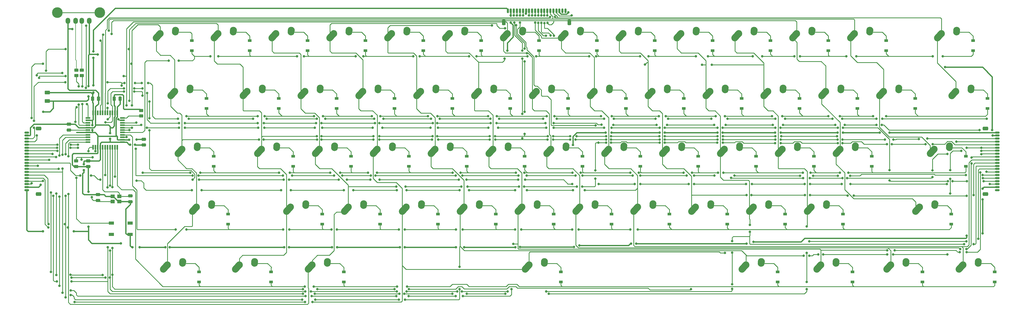
<source format=gtl>
G04 #@! TF.GenerationSoftware,KiCad,Pcbnew,(6.0.9)*
G04 #@! TF.CreationDate,2022-12-29T20:39:02-06:00*
G04 #@! TF.ProjectId,BasePCB,42617365-5043-4422-9e6b-696361645f70,rev?*
G04 #@! TF.SameCoordinates,Original*
G04 #@! TF.FileFunction,Copper,L1,Top*
G04 #@! TF.FilePolarity,Positive*
%FSLAX46Y46*%
G04 Gerber Fmt 4.6, Leading zero omitted, Abs format (unit mm)*
G04 Created by KiCad (PCBNEW (6.0.9)) date 2022-12-29 20:39:02*
%MOMM*%
%LPD*%
G01*
G04 APERTURE LIST*
G04 Aperture macros list*
%AMRoundRect*
0 Rectangle with rounded corners*
0 $1 Rounding radius*
0 $2 $3 $4 $5 $6 $7 $8 $9 X,Y pos of 4 corners*
0 Add a 4 corners polygon primitive as box body*
4,1,4,$2,$3,$4,$5,$6,$7,$8,$9,$2,$3,0*
0 Add four circle primitives for the rounded corners*
1,1,$1+$1,$2,$3*
1,1,$1+$1,$4,$5*
1,1,$1+$1,$6,$7*
1,1,$1+$1,$8,$9*
0 Add four rect primitives between the rounded corners*
20,1,$1+$1,$2,$3,$4,$5,0*
20,1,$1+$1,$4,$5,$6,$7,0*
20,1,$1+$1,$6,$7,$8,$9,0*
20,1,$1+$1,$8,$9,$2,$3,0*%
%AMHorizOval*
0 Thick line with rounded ends*
0 $1 width*
0 $2 $3 position (X,Y) of the first rounded end (center of the circle)*
0 $4 $5 position (X,Y) of the second rounded end (center of the circle)*
0 Add line between two ends*
20,1,$1,$2,$3,$4,$5,0*
0 Add two circle primitives to create the rounded ends*
1,1,$1,$2,$3*
1,1,$1,$4,$5*%
G04 Aperture macros list end*
G04 #@! TA.AperFunction,ComponentPad*
%ADD10HorizOval,2.250000X0.655001X0.730000X-0.655001X-0.730000X0*%
G04 #@! TD*
G04 #@! TA.AperFunction,ComponentPad*
%ADD11C,2.250000*%
G04 #@! TD*
G04 #@! TA.AperFunction,ComponentPad*
%ADD12HorizOval,2.250000X0.020000X0.290000X-0.020000X-0.290000X0*%
G04 #@! TD*
G04 #@! TA.AperFunction,SMDPad,CuDef*
%ADD13RoundRect,0.250000X-0.450000X0.262500X-0.450000X-0.262500X0.450000X-0.262500X0.450000X0.262500X0*%
G04 #@! TD*
G04 #@! TA.AperFunction,SMDPad,CuDef*
%ADD14RoundRect,0.250000X0.250000X0.475000X-0.250000X0.475000X-0.250000X-0.475000X0.250000X-0.475000X0*%
G04 #@! TD*
G04 #@! TA.AperFunction,SMDPad,CuDef*
%ADD15R,1.200000X0.900000*%
G04 #@! TD*
G04 #@! TA.AperFunction,SMDPad,CuDef*
%ADD16RoundRect,0.250000X0.450000X-0.262500X0.450000X0.262500X-0.450000X0.262500X-0.450000X-0.262500X0*%
G04 #@! TD*
G04 #@! TA.AperFunction,SMDPad,CuDef*
%ADD17R,1.800000X1.100000*%
G04 #@! TD*
G04 #@! TA.AperFunction,SMDPad,CuDef*
%ADD18R,1.500000X0.550000*%
G04 #@! TD*
G04 #@! TA.AperFunction,SMDPad,CuDef*
%ADD19R,0.550000X1.500000*%
G04 #@! TD*
G04 #@! TA.AperFunction,SMDPad,CuDef*
%ADD20RoundRect,0.250000X0.475000X-0.250000X0.475000X0.250000X-0.475000X0.250000X-0.475000X-0.250000X0*%
G04 #@! TD*
G04 #@! TA.AperFunction,ComponentPad*
%ADD21O,1.500000X2.000000*%
G04 #@! TD*
G04 #@! TA.AperFunction,ComponentPad*
%ADD22C,3.500000*%
G04 #@! TD*
G04 #@! TA.AperFunction,SMDPad,CuDef*
%ADD23R,1.400000X1.200000*%
G04 #@! TD*
G04 #@! TA.AperFunction,SMDPad,CuDef*
%ADD24RoundRect,0.150000X-0.150000X-0.625000X0.150000X-0.625000X0.150000X0.625000X-0.150000X0.625000X0*%
G04 #@! TD*
G04 #@! TA.AperFunction,SMDPad,CuDef*
%ADD25RoundRect,0.250000X-0.350000X-0.650000X0.350000X-0.650000X0.350000X0.650000X-0.350000X0.650000X0*%
G04 #@! TD*
G04 #@! TA.AperFunction,SMDPad,CuDef*
%ADD26RoundRect,0.250000X0.625000X-0.375000X0.625000X0.375000X-0.625000X0.375000X-0.625000X-0.375000X0*%
G04 #@! TD*
G04 #@! TA.AperFunction,SMDPad,CuDef*
%ADD27RoundRect,0.250000X-0.250000X-0.475000X0.250000X-0.475000X0.250000X0.475000X-0.250000X0.475000X0*%
G04 #@! TD*
G04 #@! TA.AperFunction,SMDPad,CuDef*
%ADD28RoundRect,0.150000X0.625000X-0.150000X0.625000X0.150000X-0.625000X0.150000X-0.625000X-0.150000X0*%
G04 #@! TD*
G04 #@! TA.AperFunction,SMDPad,CuDef*
%ADD29RoundRect,0.250000X0.650000X-0.350000X0.650000X0.350000X-0.650000X0.350000X-0.650000X-0.350000X0*%
G04 #@! TD*
G04 #@! TA.AperFunction,SMDPad,CuDef*
%ADD30RoundRect,0.150000X-0.625000X0.150000X-0.625000X-0.150000X0.625000X-0.150000X0.625000X0.150000X0*%
G04 #@! TD*
G04 #@! TA.AperFunction,SMDPad,CuDef*
%ADD31RoundRect,0.250000X-0.650000X0.350000X-0.650000X-0.350000X0.650000X-0.350000X0.650000X0.350000X0*%
G04 #@! TD*
G04 #@! TA.AperFunction,SMDPad,CuDef*
%ADD32RoundRect,0.250000X-0.475000X0.250000X-0.475000X-0.250000X0.475000X-0.250000X0.475000X0.250000X0*%
G04 #@! TD*
G04 #@! TA.AperFunction,ViaPad*
%ADD33C,0.800000*%
G04 #@! TD*
G04 #@! TA.AperFunction,Conductor*
%ADD34C,0.381000*%
G04 #@! TD*
G04 #@! TA.AperFunction,Conductor*
%ADD35C,0.254000*%
G04 #@! TD*
G04 #@! TA.AperFunction,Conductor*
%ADD36C,0.200000*%
G04 #@! TD*
G04 APERTURE END LIST*
D10*
X-68242499Y93757500D03*
D11*
X-67587500Y94487500D03*
X-62547500Y95567500D03*
D12*
X-62567500Y95277500D03*
D10*
X-44429999Y131857500D03*
D11*
X-43775000Y132587500D03*
D12*
X-38755000Y133377500D03*
D11*
X-38735000Y133667500D03*
D13*
X-128524000Y120546500D03*
X-128524000Y118721500D03*
D14*
X-114143750Y111125000D03*
X-116043750Y111125000D03*
D15*
X-19050000Y88837500D03*
X-19050000Y92137500D03*
D16*
X-107156250Y105450000D03*
X-107156250Y107275000D03*
D10*
X12720001Y131857500D03*
D11*
X13375000Y132587500D03*
X18415000Y133667500D03*
D12*
X18395000Y133377500D03*
D15*
X128587500Y107887500D03*
X128587500Y111187500D03*
X-52387500Y126937500D03*
X-52387500Y130237500D03*
D10*
X50820001Y131857500D03*
D11*
X51475000Y132587500D03*
X56515000Y133667500D03*
D12*
X56495000Y133377500D03*
D11*
X-39012500Y75437500D03*
D10*
X-39667499Y74707500D03*
D12*
X-33992500Y76227500D03*
D11*
X-33972500Y76517500D03*
D10*
X91301251Y55657500D03*
D11*
X91956250Y56387500D03*
X96996250Y57467500D03*
D12*
X96976250Y57177500D03*
D17*
X-110819000Y66412500D03*
X-117019000Y70112500D03*
X-110819000Y70112500D03*
X-117019000Y66412500D03*
D15*
X0Y88837500D03*
X0Y92137500D03*
D10*
X-96817499Y112807500D03*
D11*
X-96162500Y113537500D03*
X-91122500Y114617500D03*
D12*
X-91142500Y114327500D03*
D11*
X163393750Y56387500D03*
D10*
X162738751Y55657500D03*
D11*
X168433750Y57467500D03*
D12*
X168413750Y57177500D03*
D15*
X-90487500Y127000000D03*
X-90487500Y130300000D03*
D18*
X-124762500Y104806250D03*
X-124762500Y104006250D03*
X-124762500Y103206250D03*
X-124762500Y102406250D03*
X-124762500Y101606250D03*
X-124762500Y100806250D03*
X-124762500Y100006250D03*
X-124762500Y99206250D03*
X-124762500Y98406250D03*
X-124762500Y97606250D03*
X-124762500Y96806250D03*
D19*
X-123062500Y95106250D03*
X-122262500Y95106250D03*
X-121462500Y95106250D03*
X-120662500Y95106250D03*
X-119862500Y95106250D03*
X-119062500Y95106250D03*
X-118262500Y95106250D03*
X-117462500Y95106250D03*
X-116662500Y95106250D03*
X-115862500Y95106250D03*
X-115062500Y95106250D03*
D18*
X-113362500Y96806250D03*
X-113362500Y97606250D03*
X-113362500Y98406250D03*
X-113362500Y99206250D03*
X-113362500Y100006250D03*
X-113362500Y100806250D03*
X-113362500Y101606250D03*
X-113362500Y102406250D03*
X-113362500Y103206250D03*
X-113362500Y104006250D03*
X-113362500Y104806250D03*
D19*
X-115062500Y106506250D03*
X-115862500Y106506250D03*
X-116662500Y106506250D03*
X-117462500Y106506250D03*
X-118262500Y106506250D03*
X-119062500Y106506250D03*
X-119862500Y106506250D03*
X-120662500Y106506250D03*
X-121462500Y106506250D03*
X-122262500Y106506250D03*
X-123062500Y106506250D03*
D11*
X-58062500Y75437500D03*
D10*
X-58717499Y74707500D03*
D12*
X-53042500Y76227500D03*
D11*
X-53022500Y76517500D03*
D10*
X153213751Y93757500D03*
D11*
X153868750Y94487500D03*
X158908750Y95567500D03*
D12*
X158888750Y95277500D03*
D15*
X-78581250Y69787500D03*
X-78581250Y73087500D03*
X38100000Y88837500D03*
X38100000Y92137500D03*
D11*
X137200000Y113537500D03*
D10*
X136545001Y112807500D03*
D12*
X142220000Y114327500D03*
D11*
X142240000Y114617500D03*
D15*
X47625000Y69787500D03*
X47625000Y73087500D03*
X114300000Y88837500D03*
X114300000Y92137500D03*
D10*
X107970001Y131857500D03*
D11*
X108625000Y132587500D03*
X113665000Y133667500D03*
D12*
X113645000Y133377500D03*
D15*
X173831250Y50737500D03*
X173831250Y54037500D03*
D20*
X-110744000Y77216000D03*
X-110744000Y79116000D03*
D15*
X-61912500Y107887500D03*
X-61912500Y111187500D03*
X4762500Y126937500D03*
X4762500Y130237500D03*
D11*
X-100925000Y132587500D03*
D10*
X-101579999Y131857500D03*
D12*
X-95905000Y133377500D03*
D11*
X-95885000Y133667500D03*
D15*
X30956250Y50737500D03*
X30956250Y54037500D03*
D11*
X41950000Y113537500D03*
D10*
X41295001Y112807500D03*
D12*
X46970000Y114327500D03*
D11*
X46990000Y114617500D03*
X118150000Y113537500D03*
D10*
X117495001Y112807500D03*
D12*
X123170000Y114327500D03*
D11*
X123190000Y114617500D03*
D15*
X-9525000Y69787500D03*
X-9525000Y73087500D03*
D20*
X-124618750Y88743750D03*
X-124618750Y90643750D03*
D15*
X100012500Y126937500D03*
X100012500Y130237500D03*
X-33337500Y126937500D03*
X-33337500Y130237500D03*
D11*
X-48537500Y94487500D03*
D10*
X-49192499Y93757500D03*
D12*
X-43517500Y95277500D03*
D11*
X-43497500Y95567500D03*
D10*
X84157501Y93757500D03*
D11*
X84812500Y94487500D03*
X89852500Y95567500D03*
D12*
X89832500Y95277500D03*
D11*
X156250000Y132587500D03*
D10*
X155595001Y131857500D03*
D12*
X161270000Y133377500D03*
D11*
X161290000Y133667500D03*
X139581250Y56387500D03*
D10*
X138926251Y55657500D03*
D11*
X144621250Y57467500D03*
D12*
X144601250Y57177500D03*
D11*
X-29487500Y94487500D03*
D10*
X-30142499Y93757500D03*
D11*
X-24447500Y95567500D03*
D12*
X-24467500Y95277500D03*
D21*
X-124293750Y136765000D03*
X-126793750Y136765000D03*
X-128793750Y136765000D03*
X-131293750Y136765000D03*
D22*
X-134793750Y139475000D03*
X-120793750Y139475000D03*
D15*
X-64452500Y50737500D03*
X-64452500Y54037500D03*
X-23812500Y107887500D03*
X-23812500Y111187500D03*
D11*
X127675000Y132587500D03*
D10*
X127020001Y131857500D03*
D11*
X132715000Y133667500D03*
D12*
X132695000Y133377500D03*
D11*
X103862500Y94487500D03*
D10*
X103207501Y93757500D03*
D12*
X108882500Y95277500D03*
D11*
X108902500Y95567500D03*
X-50918750Y56387500D03*
D10*
X-51573749Y55657500D03*
D12*
X-45898750Y57177500D03*
D11*
X-45878750Y57467500D03*
D15*
X127000000Y50737500D03*
X127000000Y54037500D03*
X23812500Y126937500D03*
X23812500Y130237500D03*
D23*
X-116567500Y77297500D03*
X-114367500Y77297500D03*
X-114367500Y78997500D03*
X-116567500Y78997500D03*
D15*
X80962500Y126937500D03*
X80962500Y130237500D03*
X138112500Y126937500D03*
X138112500Y130237500D03*
D10*
X79395001Y112807500D03*
D11*
X80050000Y113537500D03*
X85090000Y114617500D03*
D12*
X85070000Y114327500D03*
D15*
X-71437500Y126937500D03*
X-71437500Y130237500D03*
X-38100000Y88837500D03*
X-38100000Y92137500D03*
X14287500Y107887500D03*
X14287500Y111187500D03*
D24*
X13511000Y140112500D03*
X14511000Y140112500D03*
X15511000Y140112500D03*
X16511000Y140112500D03*
X17511000Y140112500D03*
X18511000Y140112500D03*
X19511000Y140112500D03*
X20511000Y140112500D03*
X21511000Y140112500D03*
X22511000Y140112500D03*
X23511000Y140112500D03*
X24511000Y140112500D03*
X25511000Y140112500D03*
X26511000Y140112500D03*
X27511000Y140112500D03*
X28511000Y140112500D03*
X29511000Y140112500D03*
X30511000Y140112500D03*
X31511000Y140112500D03*
X32511000Y140112500D03*
D25*
X12211000Y136237500D03*
X33811000Y136237500D03*
D15*
X102393750Y50737500D03*
X102393750Y54037500D03*
D11*
X56237500Y75437500D03*
D10*
X55582501Y74707500D03*
D11*
X61277500Y76517500D03*
D12*
X61257500Y76227500D03*
D11*
X27662500Y94487500D03*
D10*
X27007501Y93757500D03*
D11*
X32702500Y95567500D03*
D12*
X32682500Y95277500D03*
D15*
X-14287500Y126937500D03*
X-14287500Y130237500D03*
X66675000Y69787500D03*
X66675000Y73087500D03*
X90487500Y107887500D03*
X90487500Y111187500D03*
X42862500Y126937500D03*
X42862500Y130237500D03*
X164306250Y88837500D03*
X164306250Y92137500D03*
D20*
X-121443750Y77631250D03*
X-121443750Y79531250D03*
D15*
X71437500Y107887500D03*
X71437500Y111187500D03*
X150018750Y50737500D03*
X150018750Y54037500D03*
D10*
X-1567499Y74707500D03*
D11*
X-912500Y75437500D03*
D12*
X4107500Y76227500D03*
D11*
X4127500Y76517500D03*
D15*
X159543750Y69787500D03*
X159543750Y73087500D03*
D10*
X148451251Y74707500D03*
D11*
X149106250Y75437500D03*
X154146250Y76517500D03*
D12*
X154126250Y76227500D03*
D15*
X52387500Y107887500D03*
X52387500Y111187500D03*
D11*
X32425000Y132587500D03*
D10*
X31770001Y131857500D03*
D12*
X37445000Y133377500D03*
D11*
X37465000Y133667500D03*
D26*
X-138112500Y110331250D03*
X-138112500Y113131250D03*
D11*
X20518750Y56387500D03*
D10*
X19863751Y55657500D03*
D12*
X25538750Y57177500D03*
D11*
X25558750Y57467500D03*
X89575000Y132587500D03*
D10*
X88920001Y131857500D03*
D12*
X94595000Y133377500D03*
D11*
X94615000Y133667500D03*
D15*
X76200000Y88837500D03*
X76200000Y92137500D03*
X-88106250Y50737500D03*
X-88106250Y54037500D03*
D11*
X-93781250Y94487500D03*
D10*
X-94436249Y93757500D03*
D11*
X-88741250Y95567500D03*
D12*
X-88761250Y95277500D03*
D15*
X-47625000Y69787500D03*
X-47625000Y73087500D03*
X28575000Y69787500D03*
X28575000Y73087500D03*
D10*
X7957501Y93757500D03*
D11*
X8612500Y94487500D03*
D12*
X13632500Y95277500D03*
D11*
X13652500Y95567500D03*
X3850000Y113537500D03*
D10*
X3195001Y112807500D03*
D11*
X8890000Y114617500D03*
D12*
X8870000Y114327500D03*
D11*
X-19962500Y75437500D03*
D10*
X-20617499Y74707500D03*
D11*
X-14922500Y76517500D03*
D12*
X-14942500Y76227500D03*
D10*
X-99198749Y55657500D03*
D11*
X-98543750Y56387500D03*
X-93503750Y57467500D03*
D12*
X-93523750Y57177500D03*
D15*
X61912500Y126937500D03*
X61912500Y130237500D03*
X57150000Y88837500D03*
X57150000Y92137500D03*
D11*
X18137500Y75437500D03*
D10*
X17482501Y74707500D03*
D12*
X23157500Y76227500D03*
D11*
X23177500Y76517500D03*
D10*
X-34904999Y112807500D03*
D11*
X-34250000Y113537500D03*
X-29210000Y114617500D03*
D12*
X-29230000Y114327500D03*
D11*
X-15200000Y113537500D03*
D10*
X-15854999Y112807500D03*
D12*
X-10180000Y114327500D03*
D11*
X-10160000Y114617500D03*
D10*
X-25379999Y131857500D03*
D11*
X-24725000Y132587500D03*
X-19685000Y133667500D03*
D12*
X-19705000Y133377500D03*
D15*
X109537500Y107887500D03*
X109537500Y111187500D03*
D10*
X36532501Y74707500D03*
D11*
X37187500Y75437500D03*
D12*
X42207500Y76227500D03*
D11*
X42227500Y76517500D03*
D15*
X-85725000Y107887500D03*
X-85725000Y111187500D03*
D10*
X-63479999Y131857500D03*
D11*
X-62825000Y132587500D03*
X-57785000Y133667500D03*
D12*
X-57805000Y133377500D03*
D27*
X-123187500Y111125000D03*
X-121287500Y111125000D03*
D28*
X-144875000Y80995250D03*
X-144875000Y81995250D03*
X-144875000Y82995250D03*
X-144875000Y83995250D03*
X-144875000Y84995250D03*
X-144875000Y85995250D03*
X-144875000Y86995250D03*
X-144875000Y87995250D03*
X-144875000Y88995250D03*
X-144875000Y89995250D03*
X-144875000Y90995250D03*
X-144875000Y91995250D03*
X-144875000Y92995250D03*
X-144875000Y93995250D03*
X-144875000Y94995250D03*
X-144875000Y95995250D03*
X-144875000Y96995250D03*
X-144875000Y97995250D03*
X-144875000Y98995250D03*
X-144875000Y99995250D03*
D29*
X-141000000Y79695250D03*
X-141000000Y101295250D03*
D10*
X22245001Y112807500D03*
D11*
X22900000Y113537500D03*
D12*
X27920000Y114327500D03*
D11*
X27940000Y114617500D03*
D15*
X-40481250Y50737500D03*
X-40481250Y54037500D03*
D10*
X93682501Y74707500D03*
D11*
X94337500Y75437500D03*
D12*
X99357500Y76227500D03*
D11*
X99377500Y76517500D03*
D15*
X85725000Y69787500D03*
X85725000Y73087500D03*
D10*
X65107501Y93757500D03*
D11*
X65762500Y94487500D03*
X70802500Y95567500D03*
D12*
X70782500Y95277500D03*
D15*
X147637500Y107887500D03*
X147637500Y111187500D03*
D11*
X-5675000Y132587500D03*
D10*
X-6329999Y131857500D03*
D11*
X-635000Y133667500D03*
D12*
X-655000Y133377500D03*
D11*
X-74890000Y56387500D03*
D10*
X-75544999Y55657500D03*
D12*
X-69870000Y57177500D03*
D11*
X-69850000Y57467500D03*
D10*
X74632501Y74707500D03*
D11*
X75287500Y75437500D03*
D12*
X80307500Y76227500D03*
D11*
X80327500Y76517500D03*
D30*
X174656250Y99987500D03*
X174656250Y98987500D03*
X174656250Y97987500D03*
X174656250Y96987500D03*
X174656250Y95987500D03*
X174656250Y94987500D03*
X174656250Y93987500D03*
X174656250Y92987500D03*
X174656250Y91987500D03*
X174656250Y90987500D03*
X174656250Y89987500D03*
X174656250Y88987500D03*
X174656250Y87987500D03*
X174656250Y86987500D03*
X174656250Y85987500D03*
X174656250Y84987500D03*
X174656250Y83987500D03*
X174656250Y82987500D03*
X174656250Y81987500D03*
X174656250Y80987500D03*
D31*
X170781250Y79687500D03*
X170781250Y101287500D03*
D15*
X-83343750Y88837500D03*
X-83343750Y92137500D03*
X166687500Y126937500D03*
X166687500Y130237500D03*
X9525000Y69787500D03*
X9525000Y73087500D03*
D11*
X70525000Y132587500D03*
D10*
X69870001Y131857500D03*
D11*
X75565000Y133667500D03*
D12*
X75545000Y133377500D03*
D10*
X-89673749Y74707500D03*
D11*
X-89018750Y75437500D03*
D12*
X-83998750Y76227500D03*
D11*
X-83978750Y76517500D03*
D10*
X-73004999Y112807500D03*
D11*
X-72350000Y113537500D03*
X-67310000Y114617500D03*
D12*
X-67330000Y114327500D03*
D15*
X-57150000Y88837500D03*
X-57150000Y92137500D03*
D20*
X-130975000Y100825000D03*
X-130975000Y102725000D03*
D15*
X33337500Y107887500D03*
X33337500Y111187500D03*
D11*
X-10437500Y94487500D03*
D10*
X-11092499Y93757500D03*
D12*
X-5417500Y95277500D03*
D11*
X-5397500Y95567500D03*
D10*
X112732501Y74707500D03*
D11*
X113387500Y75437500D03*
X118427500Y76517500D03*
D12*
X118407500Y76227500D03*
D10*
X-53954999Y112807500D03*
D11*
X-53300000Y113537500D03*
D12*
X-48280000Y114327500D03*
D11*
X-48260000Y114617500D03*
D15*
X119062500Y126937500D03*
X119062500Y130237500D03*
D10*
X98445001Y112807500D03*
D11*
X99100000Y113537500D03*
D12*
X104120000Y114327500D03*
D11*
X104140000Y114617500D03*
D10*
X115907501Y55657500D03*
D11*
X116562500Y56387500D03*
D12*
X121582500Y57177500D03*
D11*
X121602500Y57467500D03*
D15*
X104775000Y69787500D03*
X104775000Y73087500D03*
D11*
X46712500Y94487500D03*
D10*
X46057501Y93757500D03*
D11*
X51752500Y95567500D03*
D12*
X51732500Y95277500D03*
D15*
X-42862500Y107887500D03*
X-42862500Y111187500D03*
D10*
X122257501Y93757500D03*
D11*
X122912500Y94487500D03*
X127952500Y95567500D03*
D12*
X127932500Y95277500D03*
D15*
X171450000Y107887500D03*
X171450000Y111187500D03*
D16*
X-128587500Y88781250D03*
X-128587500Y90606250D03*
D13*
X-126746000Y120546500D03*
X-126746000Y118721500D03*
D10*
X-82529999Y131857500D03*
D11*
X-81875000Y132587500D03*
D12*
X-76855000Y133377500D03*
D11*
X-76835000Y133667500D03*
D15*
X133350000Y88837500D03*
X133350000Y92137500D03*
D10*
X60345001Y112807500D03*
D11*
X61000000Y113537500D03*
X66040000Y114617500D03*
D12*
X66020000Y114327500D03*
D15*
X-28575000Y69787500D03*
X-28575000Y73087500D03*
D32*
X-106362500Y97787500D03*
X-106362500Y95887500D03*
D15*
X19050000Y88837500D03*
X19050000Y92137500D03*
X123825000Y69787500D03*
X123825000Y73087500D03*
X-4762500Y107950000D03*
X-4762500Y111250000D03*
D10*
X160357501Y112807500D03*
D11*
X161012500Y113537500D03*
D12*
X166032500Y114327500D03*
D11*
X166052500Y114617500D03*
D15*
X95250000Y88837500D03*
X95250000Y92137500D03*
D33*
X-123317000Y100816250D03*
X47625000Y99949000D03*
X-122936000Y115570000D03*
X-123323750Y102396250D03*
X45720000Y99949000D03*
X-122936000Y124587000D03*
X34925000Y95885000D03*
X-124587000Y68961000D03*
X139192000Y99949000D03*
X-113919000Y63500000D03*
X103378000Y99949000D03*
X122047000Y99949000D03*
X-129381250Y67468750D03*
X123825000Y99949000D03*
X-111150000Y97606250D03*
X65179000Y99949000D03*
X-108743750Y97631250D03*
X-139541250Y67468750D03*
X-122936000Y113129000D03*
X82550000Y99949000D03*
X63500000Y99949000D03*
X-122936000Y126746000D03*
X136007760Y99939760D03*
X101473000Y99949000D03*
X-124587000Y80518000D03*
X84229000Y99949000D03*
X169820000Y81534000D03*
X-97790000Y62230000D03*
X-107696000Y62230000D03*
X-129921000Y134112000D03*
X92075000Y63373000D03*
X164592000Y66040000D03*
X169820000Y77978000D03*
X-110109000Y62230000D03*
X-126111000Y89571250D03*
X-21999000Y62232258D03*
X-3556000Y62230000D03*
X16002000Y62230000D03*
X35306000Y62299250D03*
X33401000Y139573000D03*
X-42672000Y62230000D03*
X-60099000Y62230000D03*
X17554000Y62299250D03*
X94361000Y63933750D03*
X-44382750Y62230000D03*
X-117475000Y97917000D03*
X-20449258Y62232258D03*
X-126111000Y87630000D03*
X-110835500Y96012000D03*
X-99270250Y62230000D03*
X169820000Y66802000D03*
X54102000Y63373000D03*
X-883286Y62235714D03*
X-58547000Y62230000D03*
X-109220000Y96012000D03*
X37057964Y62753250D03*
X-117475000Y99822000D03*
X169820000Y77978000D03*
X55753000Y63373000D03*
X-123444000Y78740000D03*
X-119062500Y86014500D03*
X-94869000Y123698000D03*
X22860000Y125095000D03*
X-81788000Y125095000D03*
X156718000Y125095000D03*
X19939000Y125095000D03*
X128270000Y125095000D03*
X40275666Y125111666D03*
X59817000Y125095000D03*
X57023000Y125095000D03*
X109728000Y125095000D03*
X124968000Y125095000D03*
X-15494000Y125095000D03*
X-98171000Y123698000D03*
X75438000Y125095000D03*
X762000Y125095000D03*
X-36576000Y125095000D03*
X-34036000Y125095000D03*
X97282000Y125095000D03*
X107823000Y125095000D03*
X3175000Y125095000D03*
X79375000Y125095000D03*
X-53594000Y125095000D03*
X-17653000Y125095000D03*
X-98171000Y123698000D03*
X94107000Y125095000D03*
X-84455000Y125095000D03*
X42572738Y125111666D03*
X-55880000Y125095000D03*
X153416000Y125095000D03*
X138049000Y105410000D03*
X-31242000Y105410000D03*
X100457000Y105410000D03*
X26289000Y105410000D03*
X-47371000Y105410000D03*
X-68834000Y105410000D03*
X122809000Y105410000D03*
X6985000Y105410000D03*
X63246000Y105410000D03*
X-50292000Y105410000D03*
X84963000Y105410000D03*
X28829000Y105410000D03*
X118999000Y105410000D03*
X81915000Y105410000D03*
X-9652000Y105410000D03*
X65532000Y105410000D03*
X-66548000Y105410000D03*
X-107188000Y102489000D03*
X103886000Y105410000D03*
X133731000Y105410000D03*
X47752000Y105410000D03*
X-12827000Y105410000D03*
X9906000Y105410000D03*
X-28448000Y105410000D03*
X44196000Y105410000D03*
X-92329000Y105410000D03*
X-124587000Y115316000D03*
X-140335000Y82804000D03*
X-139446000Y106807000D03*
X-124587000Y111887000D03*
X172974000Y100838000D03*
X-140335000Y82804000D03*
X-121539000Y125730000D03*
X14487500Y136160500D03*
X-121539000Y125730000D03*
X14487500Y138521500D03*
X13335000Y126932750D03*
X157480000Y121539000D03*
X173155500Y98987500D03*
X65179000Y97663000D03*
X-68453000Y97663000D03*
X137668000Y97663000D03*
X-28761000Y97663000D03*
X26543000Y97663000D03*
X-143256000Y83268750D03*
X140493750Y97631250D03*
X103378000Y97663000D03*
X15494000Y138521500D03*
X82550000Y97663000D03*
X151638000Y98044000D03*
X9398000Y97663000D03*
X-30734000Y97663000D03*
X-143256000Y104775000D03*
X18288000Y127000000D03*
X137668000Y97663000D03*
X-110236000Y108966000D03*
X15494000Y138521500D03*
X-110398500Y122682000D03*
X28448000Y97663000D03*
X148844000Y97825500D03*
X-139573000Y122682000D03*
X-9398000Y97663000D03*
X84328000Y97663000D03*
X35814000Y97663000D03*
X-66861000Y97663000D03*
X7493000Y97663000D03*
X101600000Y97663000D03*
X140493750Y97631250D03*
X47498000Y97663000D03*
X-49276000Y97663000D03*
X18288000Y106136500D03*
X18288000Y98079500D03*
X-11430000Y97663000D03*
X-110236000Y101600000D03*
X122047000Y97663000D03*
X45847000Y97663000D03*
X18288000Y124333000D03*
X-47811000Y97663000D03*
X34036000Y97663000D03*
X123698000Y97663000D03*
X63500000Y97663000D03*
X15621000Y136160500D03*
X-111287500Y127508000D03*
X-28761000Y98806000D03*
X28448000Y98806000D03*
X161163000Y97028000D03*
X9339000Y98806000D03*
X47498000Y98806000D03*
X19055839Y127639866D03*
X-47811000Y98806000D03*
X16510000Y138521500D03*
X65179000Y98806000D03*
X84328000Y98806000D03*
X34036000Y98806000D03*
X16256000Y135382000D03*
X-139573000Y84074000D03*
X7493000Y98806000D03*
X36118615Y98755385D03*
X19050000Y106807000D03*
X-111125000Y100838000D03*
X-9711000Y98806000D03*
X-138557000Y120360500D03*
X-30734000Y98806000D03*
X121920000Y98806000D03*
X82550000Y98806000D03*
X45847000Y98806000D03*
X103505000Y98806000D03*
X26670000Y98806000D03*
X-132083750Y127508000D03*
X-111125000Y110490000D03*
X101600000Y98806000D03*
X19050000Y99568000D03*
X16510000Y138521500D03*
X19055839Y123449839D03*
X19050000Y99568000D03*
X-49403000Y98806000D03*
X-11303000Y98806000D03*
X63373000Y98806000D03*
X-126619000Y109347000D03*
X-126619000Y115189000D03*
X-127762000Y109220000D03*
X-127762000Y115189000D03*
X-126873000Y91059000D03*
X-128524000Y85090000D03*
X-122252500Y93881000D03*
X-123190000Y91821000D03*
X-47811000Y103124000D03*
X81407000Y102489000D03*
X168783000Y100777500D03*
X-118237000Y109601000D03*
X-128902119Y103514826D03*
X85217000Y102489000D03*
X7874000Y103124000D03*
X-134838500Y93980000D03*
X134874000Y102489000D03*
X-128488500Y108331000D03*
X-106771500Y114554000D03*
X104140000Y102489000D03*
X-68834000Y103124000D03*
X44323000Y102616000D03*
X9779000Y103124000D03*
X-94742000Y103124000D03*
X100711000Y102489000D03*
X-109509500Y114554000D03*
X-105283000Y113030000D03*
X65913000Y102489000D03*
X-9711000Y103124000D03*
X44323000Y102616000D03*
X136652000Y102489000D03*
X-92837000Y103124000D03*
X25908000Y103124000D03*
X62484000Y102489000D03*
X28575000Y103124000D03*
X-49657000Y103124000D03*
X121285000Y102489000D03*
X62484000Y102489000D03*
X-118262500Y108102500D03*
X-112903000Y114554000D03*
X-49657000Y103124000D03*
X171069000Y87122000D03*
X-11176000Y103124000D03*
X-28761000Y103124000D03*
X-30226000Y103124000D03*
X-66802000Y103124000D03*
X124460000Y102489000D03*
X48260000Y102489000D03*
X113157000Y86741000D03*
X-106680000Y86741000D03*
X37465000Y86741000D03*
X16129000Y86741000D03*
X110617000Y86741000D03*
X-44958000Y86741000D03*
X71374000Y86741000D03*
X18923000Y86741000D03*
X122809000Y86741000D03*
X34798000Y86741000D03*
X-87757000Y86741000D03*
X84455000Y86741000D03*
X56642000Y86741000D03*
X-61849000Y86741000D03*
X113157000Y86741000D03*
X125603000Y86741000D03*
X-2032000Y86741000D03*
X-32512000Y86741000D03*
X-58293000Y86741000D03*
X-4699000Y86741000D03*
X74168000Y86741000D03*
X53848000Y86741000D03*
X82677000Y86741000D03*
X-124587000Y93881000D03*
X-29591000Y86741000D03*
X-91059000Y86741000D03*
X-41656000Y86741000D03*
X-3556000Y68072000D03*
X-95885000Y68072000D03*
X-92329000Y68072000D03*
X15875000Y68072000D03*
X-22352000Y68072000D03*
X34671000Y68072000D03*
X-20447000Y68072000D03*
X-44577000Y68072000D03*
X-60452000Y68072000D03*
X53848000Y68072000D03*
X-42799000Y68072000D03*
X-1397000Y68072000D03*
X-58420000Y68072000D03*
X17907000Y68072000D03*
X56261000Y68072000D03*
X36830000Y68072000D03*
X-22987000Y49276000D03*
X-50419000Y49276000D03*
X-53340000Y49276000D03*
X-19685000Y49276000D03*
X114046000Y85725000D03*
X19685000Y85852000D03*
X-57531000Y85852000D03*
X126238000Y85725000D03*
X169820000Y85979000D03*
X-108966000Y94615000D03*
X-88292250Y85852000D03*
X35814000Y85852000D03*
X109728000Y85725000D03*
X-31623000Y85852000D03*
X-1480822Y85852000D03*
X122174000Y85725000D03*
X-118237000Y104394000D03*
X-41021000Y85852000D03*
X-30071000Y85852000D03*
X-3683000Y85852000D03*
X164338000Y85979000D03*
X-134874750Y94995250D03*
X72390000Y85852000D03*
X-43688000Y85852000D03*
X57150000Y85852000D03*
X88138000Y85852000D03*
X17018000Y85852000D03*
X54610000Y85852000D03*
X-130464500Y94996000D03*
X-90297000Y85852000D03*
X-90297000Y85852000D03*
X74803000Y85852000D03*
X-60579000Y85852000D03*
X-128016000Y94996000D03*
X81534000Y85852000D03*
X38100000Y85852000D03*
X73025000Y83058000D03*
X-2667000Y84455000D03*
X-31750000Y84455000D03*
X-128016000Y96012000D03*
X-42164000Y84455000D03*
X-106771500Y112141000D03*
X43434000Y83058000D03*
X-104521000Y100711000D03*
X169938338Y84986528D03*
X55245000Y83058000D03*
X-104521000Y110236000D03*
X-28702000Y84455000D03*
X-109474000Y113538000D03*
X123444000Y83058000D03*
X111252000Y83058000D03*
X-134838500Y96012000D03*
X74803000Y83058000D03*
X-58547000Y84455000D03*
X19177000Y84455000D03*
X-130423286Y96006286D03*
X-127000Y84455000D03*
X-88138000Y84455000D03*
X-112903000Y113538000D03*
X-90297000Y84455000D03*
X-60325000Y84455000D03*
X34671000Y83058000D03*
X-128016000Y96012000D03*
X-104521000Y104683500D03*
X93853000Y83058000D03*
X-39497000Y84455000D03*
X16891000Y84455000D03*
X-118963500Y103378000D03*
X158095012Y82996620D03*
X91948000Y83058000D03*
X113030000Y83058000D03*
X126303620Y82996620D03*
X57150000Y83058000D03*
X63500000Y101600000D03*
X158404500Y83947000D03*
X159893000Y83947000D03*
X-105318500Y101600000D03*
X122186000Y101600000D03*
X7143750Y101600000D03*
X-141605000Y99060000D03*
X-92837000Y101600000D03*
X65179000Y101600000D03*
X-141605000Y118872000D03*
X47625000Y101600000D03*
X28575000Y101600000D03*
X103279000Y101600000D03*
X10318750Y101600000D03*
X-30956250Y101600000D03*
X-108839000Y103251000D03*
X-94742000Y101600000D03*
X45243750Y101600000D03*
X-68707000Y101600000D03*
X-11906250Y101600000D03*
X101600000Y101600000D03*
X84229000Y101600000D03*
X-9525000Y101600000D03*
X-66675000Y101600000D03*
X-27781250Y101600000D03*
X-50006250Y101600000D03*
X139192000Y87630000D03*
X82550000Y101600000D03*
X123825000Y101600000D03*
X164627500Y83947000D03*
X-133223000Y119634000D03*
X170180000Y83947000D03*
X139192000Y84201000D03*
X-47625000Y101600000D03*
X26193750Y101600000D03*
X-116967000Y132461000D03*
X26510006Y138521500D03*
X-120589000Y130302000D03*
X26543000Y136144000D03*
X111351000Y79375000D03*
X-119888000Y53086000D03*
X-136906000Y54102000D03*
X73818750Y48418750D03*
X164592000Y79121000D03*
X-23812500Y48418750D03*
X23495000Y138521500D03*
X-116681250Y53117750D03*
X-116681250Y61912500D03*
X26035000Y131854000D03*
X-53975000Y48418750D03*
X-136906000Y80264000D03*
X-49212500Y48418750D03*
X23495000Y136144000D03*
X-119888000Y53086000D03*
X-19050000Y48418750D03*
X127386714Y79253714D03*
X166878000Y79375000D03*
X-137477750Y90995250D03*
X113030000Y79375000D03*
X125343286Y79242286D03*
X23495000Y136144000D03*
X-130464500Y53153658D03*
X93754000Y79375000D03*
X-116642572Y81994658D03*
X58674000Y122428000D03*
X92075000Y79375000D03*
X-23018750Y47625000D03*
X24511000Y136144000D03*
X13493750Y47625000D03*
X-19843750Y47625000D03*
X87376000Y64262000D03*
X93218000Y69596000D03*
X-135255000Y91948000D03*
X27559000Y131953000D03*
X87376000Y50002500D03*
X-1587500Y47625000D03*
X-130175000Y52197000D03*
X-51343500Y47625000D03*
X24511000Y138521500D03*
X-117472083Y82552257D03*
X26193750Y47625000D03*
X-51343500Y47625000D03*
X-53181250Y47625000D03*
X166878000Y63246000D03*
X87376000Y60392250D03*
X-135128000Y79883000D03*
X-135128000Y53086000D03*
X163703000Y63207250D03*
X87376000Y48514000D03*
X-117510500Y52197000D03*
X-117472083Y61087000D03*
X-118999000Y52197000D03*
X93218000Y67310000D03*
X-3175000Y47625000D03*
X77470000Y122329000D03*
X-136144000Y79121000D03*
X0Y46831250D03*
X-50006250Y46831250D03*
X112776000Y64135000D03*
X80645000Y122329000D03*
X28702000Y131854000D03*
X-22225000Y46831250D03*
X25527000Y136017000D03*
X-118237000Y62230000D03*
X-135001000Y50927000D03*
X-130175000Y50927000D03*
X111918750Y48418750D03*
X-118262500Y81940500D03*
X12700000Y46831250D03*
X-53975000Y46831250D03*
X111918750Y69056250D03*
X26987500Y46831250D03*
X111918750Y50800000D03*
X-20546000Y46831250D03*
X25510503Y138521500D03*
X164465000Y64135000D03*
X111918750Y60325000D03*
X168366500Y65024000D03*
X-136398000Y92964000D03*
X-4762500Y46831250D03*
X17526000Y136160500D03*
X17526000Y138521500D03*
X151003000Y96139000D03*
X45847000Y96647000D03*
X84328000Y96647000D03*
X-20193000Y82169000D03*
X65179000Y96647000D03*
X43307000Y96647000D03*
X42291000Y87503000D03*
X63500000Y96647000D03*
X101473000Y96520000D03*
X-131191000Y92202000D03*
X254000Y82169000D03*
X17145000Y82169000D03*
X-137795000Y68707000D03*
X138303000Y96139000D03*
X82423000Y96647000D03*
X101473000Y96520000D03*
X-131353500Y68707000D03*
X-1778000Y82169000D03*
X17526000Y136160500D03*
X-131191000Y79756000D03*
X37973000Y82169000D03*
X47498000Y96647000D03*
X42418000Y102326500D03*
X122174000Y96520000D03*
X18864000Y82169000D03*
X139954000Y96139000D03*
X123698000Y96520000D03*
X36195000Y82169000D03*
X-23241000Y82169000D03*
X42291000Y84836000D03*
X82423000Y96647000D03*
X153412810Y96150636D03*
X103378000Y96520000D03*
X153289000Y85344000D03*
X-132080000Y45720000D03*
X18542000Y138521500D03*
X158242000Y92964000D03*
X153289000Y87467500D03*
X-129159000Y44160500D03*
X-132080000Y92837000D03*
X12573000Y134366000D03*
X125222000Y84963000D03*
X-50800000Y44196000D03*
X112903000Y84963000D03*
X-132080000Y79121000D03*
X84963000Y60325000D03*
X110744000Y84963000D03*
X123701750Y84963000D03*
X-137668000Y69850000D03*
X-132369500Y69850000D03*
X164592000Y94996000D03*
X169418000Y94996000D03*
X-53248500Y44160500D03*
X86995000Y85054500D03*
X-130429000Y46482000D03*
X159131000Y79847500D03*
X-49911000Y44958000D03*
X-54229000Y44958000D03*
X8255000Y135252500D03*
X159131000Y87630000D03*
X110871000Y59436000D03*
X112776000Y59436000D03*
X140335000Y59817000D03*
X162814000Y93980000D03*
X117348000Y59817000D03*
X169418000Y93980000D03*
X-133096000Y92710000D03*
X159131000Y84709000D03*
X115697000Y59817000D03*
X-133096000Y47244000D03*
X158242000Y59817000D03*
X-20320000Y44958000D03*
X-22352000Y44958000D03*
X-2407161Y48351500D03*
X-133096000Y88138000D03*
X19431000Y139192000D03*
X-2413000Y55753000D03*
X138430000Y59817000D03*
X-134401500Y88011000D03*
X-3683000Y46101000D03*
X20447000Y138521500D03*
X-23241000Y46101000D03*
X169093000Y86868000D03*
X-130429000Y48006000D03*
X164592000Y60579000D03*
X162306000Y60579000D03*
X14732000Y48351500D03*
X-134112000Y49530000D03*
X169418000Y92837000D03*
X140837286Y61208286D03*
X-130429000Y48006000D03*
X-53086000Y46101000D03*
X138424286Y61208286D03*
X-134112000Y92456000D03*
X12446000Y124368500D03*
X15303500Y63309500D03*
X-1270000Y46101000D03*
X-3683000Y46101000D03*
X-134112000Y78867000D03*
X-51054000Y46101000D03*
X-19177000Y46101000D03*
X-141224000Y89027000D03*
X166229238Y91710692D03*
X-112014000Y98479750D03*
X164465000Y61595000D03*
X-112938500Y118618000D03*
X21463000Y138521500D03*
X166167464Y89829036D03*
X-112014000Y108966000D03*
X-112938500Y118618000D03*
X-132083750Y118618000D03*
X162433000Y61595000D03*
X19841562Y126140562D03*
X-140843000Y117983000D03*
X-127281500Y85852000D03*
X-2381250Y80962500D03*
X-90487500Y80962500D03*
X22479000Y138521500D03*
X-123698000Y85852000D03*
X-57943750Y80962500D03*
X-40481250Y80962500D03*
X-37306250Y80962500D03*
X-115862500Y85509500D03*
X34925000Y80962500D03*
X-23018750Y80962500D03*
X22479000Y136160500D03*
X19843750Y80962500D03*
X15875000Y80962500D03*
X-61118750Y80962500D03*
X-120650000Y84490500D03*
X38893750Y80962500D03*
X-19843750Y80962500D03*
X-108743750Y84137500D03*
X793750Y80962500D03*
X-87312500Y80962500D03*
X-119761000Y132207000D03*
X-117856000Y133604000D03*
X28993500Y138067500D03*
X27430487Y138067500D03*
X136779000Y104521000D03*
X-27432000Y104521000D03*
X25146000Y104521000D03*
X-46609000Y104521000D03*
X66294000Y104521000D03*
X-109220000Y116332000D03*
X104775000Y104521000D03*
X80518000Y104521000D03*
X45212000Y104521000D03*
X-11811000Y104521000D03*
X-30480000Y104521000D03*
X48387000Y104521000D03*
X-142499500Y101600000D03*
X-65913000Y104521000D03*
X-49403000Y104521000D03*
X7747000Y104521000D03*
X-70358000Y104521000D03*
X134874000Y104521000D03*
X-118272500Y116586000D03*
X172212000Y83058000D03*
X-113665000Y115443000D03*
X-91567000Y104521000D03*
X10668000Y104521000D03*
X-142499500Y103880500D03*
X-118272500Y116586000D03*
X-104902000Y116332000D03*
X29591000Y104521000D03*
X101600000Y104521000D03*
X62103000Y104521000D03*
X-107061000Y116332000D03*
X-114695258Y104390558D03*
X-132207000Y116586000D03*
X-8890000Y104521000D03*
X-112740500Y116332000D03*
X120396000Y104521000D03*
X85852000Y104521000D03*
X123571000Y104521000D03*
X-95123000Y104521000D03*
X171196000Y104521000D03*
X-125095000Y109311500D03*
X-125381074Y114709000D03*
X-125349000Y135184500D03*
X34544000Y138557000D03*
X-125381074Y114709000D03*
D34*
X-144462500Y67468750D02*
X-144875000Y67881250D01*
X171234500Y99987500D02*
X139103500Y99987500D01*
X-129921000Y89408000D02*
X-129294250Y88781250D01*
X-129921000Y92710000D02*
X-129921000Y89408000D01*
X-122936000Y113129000D02*
X-122936000Y112898000D01*
X-123323750Y104006250D02*
X-123062500Y104267500D01*
X-121666000Y93091000D02*
X-129540000Y93091000D01*
X-138112500Y113131250D02*
X-123672250Y113131250D01*
X-123187500Y111125000D02*
X-123187500Y109852500D01*
X-123323750Y102368750D02*
X-123323750Y102396250D01*
X-124656250Y88781250D02*
X-124618750Y88743750D01*
X-123323750Y104006250D02*
X-123323750Y102368750D01*
X-123672250Y113131250D02*
X-123187500Y112646500D01*
X-121462500Y99110500D02*
X-122358250Y100006250D01*
X-129381250Y67468750D02*
X-124618750Y67468750D01*
X13511000Y140112500D02*
X13511000Y140507750D01*
X-115062500Y105141252D02*
X-115485758Y104717994D01*
X-124618750Y80549750D02*
X-124587000Y80518000D01*
X-128587500Y88781250D02*
X-124656250Y88781250D01*
X45720000Y99949000D02*
X36195000Y99949000D01*
X-123317000Y100816250D02*
X-123317000Y100076000D01*
X-123062500Y104267500D02*
X-123062500Y106506250D01*
X-124618750Y67468750D02*
X-124587000Y67437000D01*
X-124762500Y100006250D02*
X-128466750Y100006250D01*
X-124587000Y64643000D02*
X-123444000Y63500000D01*
X-115485758Y99102758D02*
X-115062500Y98679500D01*
X13112500Y140906250D02*
X-115760750Y140906250D01*
X34925000Y98679000D02*
X34925000Y95885000D01*
X82550000Y99949000D02*
X65179000Y99949000D01*
X-124587000Y68961000D02*
X-124587000Y67437000D01*
X-123187500Y112646500D02*
X-123187500Y111125000D01*
X-106362500Y97787500D02*
X-108587500Y97787500D01*
X63500000Y99949000D02*
X47625000Y99949000D01*
X-122358250Y100006250D02*
X-123386750Y100006250D01*
X-144875000Y67881250D02*
X-144875000Y80995250D01*
X-121462500Y95106250D02*
X-121462500Y98221500D01*
X-114143750Y109376250D02*
X-114143750Y111125000D01*
X123834240Y99939760D02*
X123825000Y99949000D01*
X136007760Y99939760D02*
X123834240Y99939760D01*
X101473000Y99949000D02*
X84229000Y99949000D01*
X-121462500Y98221500D02*
X-121462500Y98755500D01*
X-121462500Y93294500D02*
X-121666000Y93091000D01*
X36195000Y99949000D02*
X34925000Y98679000D01*
X-115485758Y104717994D02*
X-115485758Y99102758D01*
X-123062500Y109727500D02*
X-123062500Y106506250D01*
X139153500Y99987500D02*
X139192000Y99949000D01*
X-115062500Y106506250D02*
X-115062500Y108457500D01*
X-122936000Y112898000D02*
X-123187500Y112646500D01*
X-115062500Y97790500D02*
X-114878250Y97606250D01*
X-123317000Y100076000D02*
X-123386750Y100006250D01*
X-115760750Y140906250D02*
X-122936000Y133731000D01*
X-115062500Y106506250D02*
X-115062500Y105141252D01*
X-113362500Y97606250D02*
X-111150000Y97606250D01*
X-129540000Y93091000D02*
X-129921000Y92710000D01*
X139103500Y99987500D02*
X139153500Y99987500D01*
X-113919000Y63500000D02*
X-123444000Y63500000D01*
X-115138500Y98755500D02*
X-115062500Y98679500D01*
X-129294250Y88781250D02*
X-128587500Y88781250D01*
X-122936000Y124587000D02*
X-122936000Y115570000D01*
X-124587000Y67437000D02*
X-124587000Y64643000D01*
X-115062500Y108457500D02*
X-114143750Y109376250D01*
X-139541250Y67468750D02*
X-144462500Y67468750D01*
X-115062500Y98679500D02*
X-115062500Y97790500D01*
X122047000Y99949000D02*
X103378000Y99949000D01*
X-124618750Y88743750D02*
X-124618750Y80549750D01*
X-108587500Y97787500D02*
X-108743750Y97631250D01*
X-123323750Y102368750D02*
X-123317000Y102362000D01*
X-121462500Y98755500D02*
X-121462500Y99110500D01*
X-124762500Y104006250D02*
X-123323750Y104006250D01*
X-121462500Y98755500D02*
X-115138500Y98755500D01*
X-111125000Y97631250D02*
X-111150000Y97606250D01*
X-113362500Y97606250D02*
X-114878250Y97606250D01*
X174656250Y99987500D02*
X171234500Y99987500D01*
X-122936000Y133731000D02*
X-122936000Y126746000D01*
X-123386750Y100006250D02*
X-124762500Y100006250D01*
X-121462500Y95106250D02*
X-121462500Y93294500D01*
X-123187500Y109852500D02*
X-123062500Y109727500D01*
X13511000Y140507750D02*
X13112500Y140906250D01*
X-116043750Y108854750D02*
X-115862500Y108673500D01*
X-126491500Y86487500D02*
X-126491500Y80009500D01*
X-116066758Y102119242D02*
X-116586000Y101600000D01*
X17554000Y62299250D02*
X35121250Y62299250D01*
X-122174000Y102489000D02*
X-117983000Y102489000D01*
X35121250Y62299250D02*
X35306000Y62299250D01*
X-127800000Y101606250D02*
X-128918750Y102725000D01*
X-122809000Y101600000D02*
X-122815250Y101606250D01*
X-107156250Y107275000D02*
X-107577250Y107696000D01*
X-122262500Y102146500D02*
X-122809000Y101600000D01*
X-42672000Y62230000D02*
X-21996742Y62230000D01*
X-113030000Y112141000D02*
X-113411000Y112522000D01*
X169799000Y81534000D02*
X169820000Y81534000D01*
X53228250Y62753250D02*
X53848000Y63373000D01*
X32884882Y138947000D02*
X31106000Y138947000D01*
X-143668750Y99218750D02*
X-143892250Y98995250D01*
X-120236750Y96806250D02*
X-117380250Y96806250D01*
X-120662500Y96380500D02*
X-120236750Y96806250D01*
X-117475000Y101981000D02*
X-117475000Y101600000D01*
X-130975000Y102725000D02*
X-142543750Y102725000D01*
X-121287500Y113032500D02*
X-121287500Y111125000D01*
X-117475000Y101600000D02*
X-117475000Y99822000D01*
X-120662500Y91046500D02*
X-120662500Y95106250D01*
X-106362500Y95887500D02*
X-109095500Y95887500D01*
X-97790000Y62230000D02*
X-60099000Y62230000D01*
X-116406500Y78997500D02*
X-116567500Y78997500D01*
X-58547000Y62230000D02*
X-44382750Y62230000D01*
X-107577250Y107696000D02*
X-112776000Y107696000D01*
X-122262500Y106506250D02*
X-122262500Y108496500D01*
X33401000Y139573000D02*
X33401000Y139463118D01*
X-110819000Y66412500D02*
X-110819000Y62686000D01*
X55753000Y63373000D02*
X92075000Y63373000D01*
X-114367500Y77297500D02*
X-110916500Y77297500D01*
X-117475000Y97917000D02*
X-117475000Y96901000D01*
X-115862500Y106506250D02*
X-115862500Y105162910D01*
X-126491500Y80009500D02*
X-126013250Y79531250D01*
X-116043750Y112302250D02*
X-116043750Y111125000D01*
X-112268000Y66802000D02*
X-111878500Y66412500D01*
X-122262500Y108496500D02*
X-121287500Y109471500D01*
X-131293750Y134136250D02*
X-129945250Y134136250D01*
X94361000Y63933750D02*
X110034750Y63933750D01*
X-21996742Y62230000D02*
X-21999000Y62232258D01*
X164338000Y65151000D02*
X164592000Y65405000D01*
X-112776000Y107696000D02*
X-113030000Y107950000D01*
X-111950000Y96806250D02*
X-113362500Y96806250D01*
X-110363000Y62230000D02*
X-110109000Y62230000D01*
X-883286Y62235714D02*
X15996286Y62235714D01*
X-112268000Y74803000D02*
X-112268000Y66802000D01*
X30511000Y139542000D02*
X30511000Y140112500D01*
X-128918750Y102725000D02*
X-130975000Y102725000D01*
X-131293750Y114402750D02*
X-130810000Y113919000D01*
X-119409250Y79531250D02*
X-118872000Y78994000D01*
X-121443750Y79531250D02*
X-119409250Y79531250D01*
X-126111000Y89571250D02*
X-126111000Y90424000D01*
X170252500Y81987500D02*
X169799000Y81534000D01*
X-143668750Y101600000D02*
X-143668750Y99218750D01*
X-122262500Y106506250D02*
X-122262500Y102577500D01*
X-126111000Y90424000D02*
X-125891250Y90643750D01*
X-3558258Y62232258D02*
X-3556000Y62230000D01*
X-115862500Y108673500D02*
X-115862500Y106506250D01*
X-113411000Y112522000D02*
X-115824000Y112522000D01*
X-117380250Y96806250D02*
X-113362500Y96806250D01*
X-126111000Y86868000D02*
X-126111000Y87630000D01*
X15996286Y62235714D02*
X16002000Y62230000D01*
X-116586000Y101600000D02*
X-117475000Y101600000D01*
X-131293750Y136765000D02*
X-131293750Y134136250D01*
X-124618750Y90643750D02*
X-121065250Y90643750D01*
X-120662500Y95106250D02*
X-120662500Y96380500D01*
X-114706500Y77297500D02*
X-116406500Y78997500D01*
X-111155750Y96012000D02*
X-111950000Y96806250D01*
X-129945250Y134136250D02*
X-129921000Y134112000D01*
X-122174000Y113919000D02*
X-121287500Y113032500D01*
X-118868500Y78997500D02*
X-116567500Y78997500D01*
X-109095500Y95887500D02*
X-109220000Y96012000D01*
X164592000Y65405000D02*
X164592000Y66040000D01*
X-121065250Y90643750D02*
X-120662500Y91046500D01*
X-131293750Y134136250D02*
X-131293750Y114402750D01*
X-125891250Y90643750D02*
X-124618750Y90643750D01*
X-115824000Y112522000D02*
X-116043750Y112302250D01*
X-122262500Y102577500D02*
X-122262500Y102146500D01*
X-111878500Y66412500D02*
X-110819000Y66412500D01*
X-118872000Y78994000D02*
X-118868500Y78997500D01*
X-122815250Y101606250D02*
X-124762500Y101606250D01*
X-115862500Y105162910D02*
X-116066758Y104958652D01*
X-114367500Y77297500D02*
X-114706500Y77297500D01*
X-110744000Y77216000D02*
X-110744000Y76327000D01*
X-117475000Y96901000D02*
X-117380250Y96806250D01*
X174656250Y81987500D02*
X170252500Y81987500D01*
X-110835500Y96012000D02*
X-111155750Y96012000D01*
X-117983000Y102489000D02*
X-117475000Y101981000D01*
X111252000Y65151000D02*
X164338000Y65151000D01*
X-121287500Y109471500D02*
X-121287500Y111125000D01*
X53848000Y63373000D02*
X54102000Y63373000D01*
X31106000Y138947000D02*
X30511000Y139542000D01*
X-126013250Y79531250D02*
X-121443750Y79531250D01*
X-144875000Y98995250D02*
X-143892250Y98995250D01*
X-130810000Y113919000D02*
X-122174000Y113919000D01*
X-107696000Y62230000D02*
X-99270250Y62230000D01*
X33401000Y139463118D02*
X32884882Y138947000D01*
X169820000Y77978000D02*
X169820000Y66802000D01*
X-116043750Y111125000D02*
X-116043750Y108854750D01*
X-124762500Y101606250D02*
X-127800000Y101606250D01*
X-110819000Y62686000D02*
X-110363000Y62230000D01*
X-20449258Y62232258D02*
X-3558258Y62232258D01*
X-126491500Y86487500D02*
X-126111000Y86868000D01*
X110034750Y63933750D02*
X111252000Y65151000D01*
X-113030000Y107950000D02*
X-113030000Y112141000D01*
X-122262500Y102577500D02*
X-122174000Y102489000D01*
X37057964Y62753250D02*
X53228250Y62753250D01*
X-142543750Y102725000D02*
X-143668750Y101600000D01*
X-110744000Y76327000D02*
X-112268000Y74803000D01*
X-116066758Y104958652D02*
X-116066758Y102119242D01*
D35*
X-122970250Y77631250D02*
X-123444000Y78105000D01*
X-119062500Y95106250D02*
X-119062500Y86014500D01*
X-123444000Y78105000D02*
X-123444000Y78740000D01*
X-121110000Y77297500D02*
X-116567500Y77297500D01*
X-121443750Y77631250D02*
X-121110000Y77297500D01*
X-121443750Y77631250D02*
X-122970250Y77631250D01*
X-114367500Y78997500D02*
X-110862500Y78997500D01*
X-114367500Y79950500D02*
X-114935000Y80518000D01*
X-110862500Y78997500D02*
X-110744000Y79116000D01*
X-114367500Y78997500D02*
X-114367500Y79950500D01*
X-119253000Y80518000D02*
X-119862500Y81127500D01*
X-119862500Y81127500D02*
X-119862500Y95106250D01*
X-114935000Y80518000D02*
X-119253000Y80518000D01*
X-130975000Y100825000D02*
X-130956250Y100806250D01*
X-130956250Y100806250D02*
X-124762500Y100806250D01*
X-94869000Y123698000D02*
X-90297000Y123698000D01*
X138938000Y125095000D02*
X138112500Y125920500D01*
X-89662000Y125095000D02*
X-90487500Y125920500D01*
X-106045000Y123063000D02*
X-105664000Y123444000D01*
X119062500Y125412500D02*
X119062500Y126937500D01*
X40275666Y125111666D02*
X24113334Y125111666D01*
X-17653000Y125095000D02*
X-33020000Y125095000D01*
X24113334Y125111666D02*
X22876666Y125111666D01*
X166687500Y125666500D02*
X166116000Y125095000D01*
X-89662000Y124333000D02*
X-89662000Y125095000D01*
X75438000Y125095000D02*
X62357000Y125095000D01*
X124968000Y125095000D02*
X119380000Y125095000D01*
X-52387500Y125539500D02*
X-52387500Y126937500D01*
X-105410000Y123698000D02*
X-98171000Y123698000D01*
X-106749750Y100006250D02*
X-106299000Y100457000D01*
X-106045000Y100711000D02*
X-106045000Y117475000D01*
X100711000Y125095000D02*
X97282000Y125095000D01*
X4762500Y125539500D02*
X4762500Y126937500D01*
X19939000Y125095000D02*
X5207000Y125095000D01*
X43561000Y125095000D02*
X42556072Y125095000D01*
X-33020000Y125095000D02*
X-34036000Y125095000D01*
X62357000Y125095000D02*
X59817000Y125095000D01*
X-14287500Y125793500D02*
X-14287500Y126937500D01*
X-33020000Y125095000D02*
X-33337500Y125412500D01*
X-55880000Y125095000D02*
X-71120000Y125095000D01*
X61912500Y125539500D02*
X61912500Y126937500D01*
X81534000Y125095000D02*
X80962500Y125666500D01*
X-106045000Y117475000D02*
X-106045000Y123063000D01*
X119380000Y125095000D02*
X109728000Y125095000D01*
X94107000Y125095000D02*
X81534000Y125095000D01*
X166116000Y125095000D02*
X156718000Y125095000D01*
X-13589000Y125095000D02*
X-15494000Y125095000D01*
X-106299000Y100457000D02*
X-106045000Y100711000D01*
X138112500Y125920500D02*
X138112500Y126937500D01*
X100012500Y125793500D02*
X100012500Y126937500D01*
X-71437500Y125412500D02*
X-71437500Y126937500D01*
X-113362500Y100006250D02*
X-106749750Y100006250D01*
X42556072Y125095000D02*
X42572738Y125111666D01*
X107823000Y125095000D02*
X100711000Y125095000D01*
X23812500Y125412500D02*
X23812500Y126937500D01*
X57023000Y125095000D02*
X43561000Y125095000D01*
X-90487500Y125920500D02*
X-90487500Y127000000D01*
X166687500Y126937500D02*
X166687500Y125666500D01*
X-71120000Y125095000D02*
X-81788000Y125095000D01*
X100711000Y125095000D02*
X100012500Y125793500D01*
X119380000Y125095000D02*
X119062500Y125412500D01*
X-36576000Y125095000D02*
X-51943000Y125095000D01*
X-84455000Y125095000D02*
X-89662000Y125095000D01*
X62357000Y125095000D02*
X61912500Y125539500D01*
X-13589000Y125095000D02*
X-14287500Y125793500D01*
X43561000Y125095000D02*
X42862500Y125793500D01*
X-51943000Y125095000D02*
X-53594000Y125095000D01*
X-33337500Y125412500D02*
X-33337500Y126937500D01*
X-71120000Y125095000D02*
X-71437500Y125412500D01*
X-105664000Y123444000D02*
X-105410000Y123698000D01*
X5207000Y125095000D02*
X4762500Y125539500D01*
X138938000Y125095000D02*
X128270000Y125095000D01*
X24113334Y125111666D02*
X23812500Y125412500D01*
X5207000Y125095000D02*
X3175000Y125095000D01*
X-51943000Y125095000D02*
X-52387500Y125539500D01*
X762000Y125095000D02*
X-13589000Y125095000D01*
X-90297000Y123698000D02*
X-89662000Y124333000D01*
X22876666Y125111666D02*
X22860000Y125095000D01*
X81534000Y125095000D02*
X79375000Y125095000D01*
X80962500Y125666500D02*
X80962500Y126937500D01*
X42862500Y125793500D02*
X42862500Y126937500D01*
X153416000Y125095000D02*
X138938000Y125095000D01*
X-90487500Y130300000D02*
X-90487500Y132556250D01*
X-91018750Y133087500D02*
X-95925000Y133087500D01*
X-90487500Y132556250D02*
X-91018750Y133087500D01*
X71437500Y106235500D02*
X71437500Y107887500D01*
X-50292000Y105410000D02*
X-60706000Y105410000D01*
X148590000Y105410000D02*
X147637500Y106362500D01*
X91186000Y105410000D02*
X84963000Y105410000D01*
X34036000Y105410000D02*
X28829000Y105410000D01*
X147637500Y106362500D02*
X147637500Y107887500D01*
X171450000Y106045000D02*
X170815000Y105410000D01*
X-85725000Y106172000D02*
X-85725000Y107887500D01*
X-84963000Y105410000D02*
X-92329000Y105410000D01*
X118999000Y105410000D02*
X110617000Y105410000D01*
X133731000Y105410000D02*
X129286000Y105410000D01*
X90487500Y106108500D02*
X90487500Y107887500D01*
X15113000Y105410000D02*
X14287500Y106235500D01*
X-61912500Y106489500D02*
X-61912500Y107887500D01*
X6985000Y105410000D02*
X-3937000Y105410000D01*
X34036000Y105410000D02*
X33337500Y106108500D01*
X129286000Y105410000D02*
X129159000Y105410000D01*
X72263000Y105410000D02*
X71437500Y106235500D01*
X148590000Y105410000D02*
X138049000Y105410000D01*
X129286000Y105410000D02*
X122809000Y105410000D01*
X170815000Y105410000D02*
X148590000Y105410000D01*
X33337500Y106108500D02*
X33337500Y107887500D01*
X-4762500Y106235500D02*
X-4762500Y107950000D01*
X-68834000Y105410000D02*
X-84963000Y105410000D01*
X63246000Y105410000D02*
X53213000Y105410000D01*
X44196000Y105410000D02*
X34036000Y105410000D01*
X-23114000Y105410000D02*
X-28448000Y105410000D01*
X-23812500Y106108500D02*
X-23812500Y107887500D01*
X72263000Y105410000D02*
X65532000Y105410000D01*
X-42037000Y105410000D02*
X-47371000Y105410000D01*
X-42862500Y106235500D02*
X-42862500Y107887500D01*
X128587500Y105981500D02*
X128587500Y107887500D01*
X-23114000Y105410000D02*
X-23812500Y106108500D01*
X171450000Y107887500D02*
X171450000Y106045000D01*
X53213000Y105410000D02*
X47752000Y105410000D01*
X110617000Y105410000D02*
X103886000Y105410000D01*
X-113362500Y102406250D02*
X-107105250Y102406250D01*
X14287500Y106235500D02*
X14287500Y107887500D01*
X52387500Y106235500D02*
X52387500Y107887500D01*
X109537500Y106489500D02*
X109537500Y107887500D01*
X129159000Y105410000D02*
X128587500Y105981500D01*
X15113000Y105410000D02*
X9906000Y105410000D01*
X-60833000Y105410000D02*
X-61912500Y106489500D01*
X-84963000Y105410000D02*
X-85725000Y106172000D01*
X100457000Y105410000D02*
X91186000Y105410000D01*
X110617000Y105410000D02*
X109537500Y106489500D01*
X91186000Y105410000D02*
X90487500Y106108500D01*
X-107105250Y102406250D02*
X-107188000Y102489000D01*
X-60706000Y105410000D02*
X-60833000Y105410000D01*
X-3937000Y105410000D02*
X-4762500Y106235500D01*
X-42037000Y105410000D02*
X-42862500Y106235500D01*
X26289000Y105410000D02*
X15113000Y105410000D01*
X-12827000Y105410000D02*
X-23114000Y105410000D01*
X53213000Y105410000D02*
X52387500Y106235500D01*
X-60706000Y105410000D02*
X-66548000Y105410000D01*
X-31242000Y105410000D02*
X-42037000Y105410000D01*
X81915000Y105410000D02*
X72263000Y105410000D01*
X-3937000Y105410000D02*
X-9652000Y105410000D01*
X-85725000Y111187500D02*
X-85725000Y112712500D01*
X-85725000Y112712500D02*
X-87050000Y114037500D01*
X-87050000Y114037500D02*
X-91162500Y114037500D01*
X-71437500Y131762500D02*
X-72762500Y133087500D01*
X-72762500Y133087500D02*
X-76875000Y133087500D01*
X-71437500Y130237500D02*
X-71437500Y131762500D01*
X-61912500Y112712500D02*
X-63237500Y114037500D01*
X-61912500Y111187500D02*
X-61912500Y112712500D01*
X-63237500Y114037500D02*
X-67350000Y114037500D01*
D34*
X15240000Y135408000D02*
X15240000Y131445000D01*
X-138112500Y110331250D02*
X-136112250Y110331250D01*
X-121578250Y125769250D02*
X-121539000Y125730000D01*
X-141016750Y81995250D02*
X-140589000Y82423000D01*
X172974000Y101346000D02*
X172974000Y100838000D01*
X-144875000Y81995250D02*
X-142636000Y81995250D01*
X172974000Y118364000D02*
X172974000Y101346000D01*
X13335000Y129540000D02*
X13335000Y126932750D01*
X14511000Y140112500D02*
X14511000Y138336000D01*
X-124587000Y125476000D02*
X-124293750Y125769250D01*
X-124293750Y125769250D02*
X-124293750Y136765000D01*
X-136112250Y107981750D02*
X-136112250Y110331250D01*
X-142636000Y81995250D02*
X-141016750Y81995250D01*
X-124293750Y125769250D02*
X-121626750Y125769250D01*
X15240000Y131445000D02*
X13335000Y129540000D01*
X14487500Y136160500D02*
X15240000Y135408000D01*
X-137287000Y106807000D02*
X-136112250Y107981750D01*
X-121626750Y125769250D02*
X-121578250Y125769250D01*
X-124587000Y110871000D02*
X-124587000Y111887000D01*
X-140335000Y82677000D02*
X-140335000Y82804000D01*
X157480000Y121539000D02*
X169799000Y121539000D01*
X-125126750Y110331250D02*
X-124587000Y110871000D01*
X174656250Y98987500D02*
X173155500Y98987500D01*
X-136112250Y110331250D02*
X-125126750Y110331250D01*
X-140589000Y82423000D02*
X-140335000Y82677000D01*
X14487500Y140089000D02*
X14511000Y140112500D01*
X-139446000Y106807000D02*
X-137287000Y106807000D01*
X14487500Y138521500D02*
X14487500Y140089000D01*
X-124587000Y115316000D02*
X-124587000Y125476000D01*
X169799000Y121539000D02*
X172974000Y118364000D01*
D35*
X-134793750Y139475000D02*
X-120793750Y139475000D01*
D36*
X-126793750Y136765000D02*
X-126793750Y124031250D01*
X-126746000Y123983500D02*
X-126746000Y120546500D01*
X-126793750Y124031250D02*
X-126746000Y123983500D01*
X-128524000Y123698000D02*
X-128793750Y123967750D01*
X-128793750Y123967750D02*
X-128793750Y136765000D01*
X-128524000Y120546500D02*
X-128524000Y123698000D01*
D35*
X148844000Y97825500D02*
X141481750Y97825500D01*
X-97631250Y125412500D02*
X-96162500Y123943750D01*
X15757500Y132057961D02*
X18288000Y129527461D01*
X-89018750Y86637500D02*
X-89018750Y75437500D01*
X137636250Y97631250D02*
X123729750Y97631250D01*
X-11430000Y97663000D02*
X-28761000Y97663000D01*
X-110236000Y133604000D02*
X-110236000Y122682000D01*
X-110236000Y122682000D02*
X-110236000Y108966000D01*
X-143529500Y82995250D02*
X-143256000Y83268750D01*
X-95091250Y93027500D02*
X-95091250Y90944539D01*
X15511000Y138538500D02*
X15494000Y138521500D01*
X-108315000Y135525000D02*
X-110236000Y133604000D01*
X-142240000Y122682000D02*
X-143256000Y121666000D01*
X18288000Y97917000D02*
X18034000Y97663000D01*
X-30734000Y97663000D02*
X-47811000Y97663000D01*
X122047000Y97663000D02*
X103378000Y97663000D01*
X-139573000Y122682000D02*
X-142240000Y122682000D01*
X-93781250Y105687500D02*
X-93781250Y97337250D01*
X-110236000Y101600000D02*
X-110242250Y101606250D01*
X82550000Y97663000D02*
X65179000Y97663000D01*
X-90328750Y73977500D02*
X-90328750Y69215000D01*
X34036000Y97663000D02*
X28448000Y97663000D01*
X-100925000Y132587500D02*
X-100925000Y134850000D01*
X-144875000Y82995250D02*
X-143699750Y82995250D01*
X174656250Y97987500D02*
X151694500Y97987500D01*
X-93781250Y97337250D02*
X-93781250Y94487500D01*
X-95091250Y90944539D02*
X-92252961Y88106250D01*
X15757500Y135753500D02*
X15757500Y132057961D01*
X151694500Y97987500D02*
X151638000Y98044000D01*
X18288000Y124333000D02*
X18288000Y106136500D01*
X-94456250Y106362500D02*
X-93781250Y105687500D01*
X-98543750Y63381250D02*
X-98543750Y56387500D01*
X-90328750Y69215000D02*
X-90487500Y69056250D01*
X-102235000Y131127500D02*
X-102235000Y126841250D01*
X-100806250Y125412500D02*
X-97631250Y125412500D01*
X-110236000Y122682000D02*
X-110398500Y122682000D01*
X45847000Y97663000D02*
X35814000Y97663000D01*
X-100925000Y134850000D02*
X-101600000Y135525000D01*
X18288000Y98079500D02*
X18288000Y97917000D01*
X26543000Y97663000D02*
X18034000Y97663000D01*
X-143256000Y121666000D02*
X-143256000Y104775000D01*
X137668000Y97663000D02*
X137636250Y97631250D01*
X15621000Y136160500D02*
X15621000Y135890000D01*
X141481750Y97825500D02*
X141287500Y97631250D01*
X-92868750Y69056250D02*
X-98543750Y63381250D01*
X-97472500Y108585000D02*
X-95250000Y106362500D01*
X-96162500Y123943750D02*
X-96162500Y113537500D01*
X-143699750Y82995250D02*
X-143529500Y82995250D01*
X141287500Y97631250D02*
X140493750Y97631250D01*
X-93455500Y97663000D02*
X-93781250Y97337250D01*
X-90487500Y69056250D02*
X-92868750Y69056250D01*
X15511000Y140112500D02*
X15511000Y138538500D01*
X7493000Y97663000D02*
X-9398000Y97663000D01*
X15621000Y135890000D02*
X15757500Y135753500D01*
X-92252961Y88106250D02*
X-90487500Y88106250D01*
X-110242250Y101606250D02*
X-113362500Y101606250D01*
X-102235000Y126841250D02*
X-100806250Y125412500D01*
X-90487500Y88106250D02*
X-89018750Y86637500D01*
X-97472500Y112077500D02*
X-97472500Y108585000D01*
X63500000Y97663000D02*
X47498000Y97663000D01*
X123729750Y97631250D02*
X123698000Y97663000D01*
X18288000Y129527461D02*
X18288000Y127000000D01*
X-49276000Y97663000D02*
X-66861000Y97663000D01*
X18034000Y97663000D02*
X9398000Y97663000D01*
X-68453000Y97663000D02*
X-93455500Y97663000D01*
X-101600000Y135525000D02*
X-108315000Y135525000D01*
X101600000Y97663000D02*
X84328000Y97663000D01*
X-95250000Y106362500D02*
X-94456250Y106362500D01*
X-132083750Y127508000D02*
X-137795000Y127508000D01*
X-81875000Y132587500D02*
X-81875000Y135431000D01*
X18796000Y98806000D02*
X9339000Y98806000D01*
X19050000Y129413000D02*
X16256000Y132207000D01*
X63373000Y98806000D02*
X47498000Y98806000D01*
X121920000Y98806000D02*
X103505000Y98806000D01*
X-111125000Y110363000D02*
X-111125000Y110490000D01*
X-74890000Y56387500D02*
X-74890000Y58460000D01*
X-111125000Y127508000D02*
X-111125000Y110490000D01*
X19055839Y123449839D02*
X19055839Y106812839D01*
X-73818750Y59531250D02*
X-60325000Y59531250D01*
X19055839Y106812839D02*
X19050000Y106807000D01*
X34036000Y98806000D02*
X28448000Y98806000D01*
X-139651750Y83995250D02*
X-139573000Y84074000D01*
X-111125000Y127508000D02*
X-111287500Y127508000D01*
X16256000Y132207000D02*
X16256000Y132334000D01*
X-60325000Y59531250D02*
X-59372500Y60483750D01*
X-73660000Y112077500D02*
X-73660000Y107315000D01*
X-74890000Y58460000D02*
X-73818750Y59531250D01*
X7493000Y98806000D02*
X-9711000Y98806000D01*
X-11303000Y98806000D02*
X-28761000Y98806000D01*
X26670000Y98806000D02*
X18796000Y98806000D01*
X19050973Y127635000D02*
X19055839Y127639866D01*
X19050000Y127635000D02*
X19050973Y127635000D01*
X-111125000Y133858000D02*
X-111125000Y130937000D01*
X-73660000Y121539000D02*
X-74676000Y122555000D01*
X19050000Y129413000D02*
X19050000Y127635000D01*
X-113362500Y100806250D02*
X-111156750Y100806250D01*
X-68262500Y107156250D02*
X-67587500Y106481250D01*
X-73660000Y107315000D02*
X-73501250Y107156250D01*
X-68262500Y88106250D02*
X-61309250Y88106250D01*
X16510000Y138811000D02*
X16510000Y138521500D01*
X171282500Y96987500D02*
X161203500Y96987500D01*
X16256000Y135445500D02*
X16256000Y132334000D01*
X-82169000Y122555000D02*
X-83185000Y123571000D01*
X-110236000Y134747000D02*
X-111125000Y133858000D01*
X-81875000Y135431000D02*
X-82423000Y135979000D01*
X-144875000Y83995250D02*
X-139651750Y83995250D01*
X-73501250Y107156250D02*
X-68262500Y107156250D01*
X-59372500Y73977500D02*
X-59372500Y86169500D01*
X-73660000Y112077500D02*
X-73660000Y121539000D01*
X82550000Y98806000D02*
X65179000Y98806000D01*
X16511000Y140112500D02*
X16511000Y138812000D01*
X101600000Y98806000D02*
X84328000Y98806000D01*
X36068000Y98806000D02*
X36118615Y98755385D01*
X45847000Y98806000D02*
X36068000Y98806000D01*
X-67230000Y98806000D02*
X-67587500Y98448500D01*
X-137795000Y127508000D02*
X-138557000Y126746000D01*
X-30734000Y98806000D02*
X-47811000Y98806000D01*
X-59372500Y60483750D02*
X-59372500Y73977500D01*
X-68897500Y88741250D02*
X-68262500Y88106250D01*
X-82423000Y135979000D02*
X-109004000Y135979000D01*
X161203500Y96987500D02*
X161163000Y97028000D01*
X-59372500Y86169500D02*
X-61309250Y88106250D01*
X-111156750Y100806250D02*
X-111125000Y100838000D01*
X-74676000Y122555000D02*
X-82169000Y122555000D01*
X-138557000Y126746000D02*
X-138557000Y120360500D01*
X-67587500Y98448500D02*
X-67587500Y94487500D01*
X-68897500Y93027500D02*
X-68897500Y88741250D01*
X174656250Y96987500D02*
X171282500Y96987500D01*
X19050000Y99568000D02*
X19050000Y99060000D01*
X-111125000Y130937000D02*
X-111125000Y127508000D01*
X-67587500Y106481250D02*
X-67587500Y98448500D01*
X-109004000Y135979000D02*
X-110236000Y134747000D01*
X19050000Y99060000D02*
X18796000Y98806000D01*
X16511000Y138812000D02*
X16510000Y138811000D01*
X-49403000Y98806000D02*
X-67230000Y98806000D01*
X-83185000Y123571000D02*
X-83185000Y131127500D01*
X-126619000Y118594500D02*
X-126746000Y118721500D01*
X-126619000Y115189000D02*
X-126619000Y118594500D01*
X-126619000Y103632000D02*
X-126619000Y109347000D01*
X-124762500Y103206250D02*
X-126193250Y103206250D01*
X-126193250Y103206250D02*
X-126619000Y103632000D01*
X-127762000Y102616000D02*
X-127762000Y109220000D01*
X-127762000Y115189000D02*
X-127762000Y116078000D01*
X-128524000Y116840000D02*
X-128524000Y118721500D01*
X-124762500Y102406250D02*
X-127552250Y102406250D01*
X-127762000Y116078000D02*
X-128524000Y116840000D01*
X-127552250Y102406250D02*
X-127762000Y102616000D01*
X-126873000Y91567000D02*
X-127127000Y91821000D01*
X-128397000Y91821000D02*
X-128587500Y91630500D01*
X-126873000Y91059000D02*
X-126873000Y91567000D01*
X-127127000Y91821000D02*
X-128397000Y91821000D01*
X-117019000Y70112500D02*
X-127008500Y70112500D01*
X-128524000Y71628000D02*
X-128524000Y85090000D01*
X-128587500Y91630500D02*
X-128587500Y90606250D01*
X-123190000Y91821000D02*
X-127127000Y91821000D01*
X-127008500Y70112500D02*
X-128524000Y71628000D01*
X-122252500Y95096250D02*
X-122262500Y95106250D01*
X-122252500Y93881000D02*
X-122252500Y95096250D01*
X-107156250Y105450000D02*
X-111339000Y105450000D01*
X-111339000Y105450000D02*
X-111982750Y104806250D01*
X-111982750Y104806250D02*
X-113362500Y104806250D01*
X-11176000Y103124000D02*
X-28761000Y103124000D01*
X44323000Y102616000D02*
X43561000Y102616000D01*
X134874000Y102489000D02*
X124460000Y102489000D01*
X-128905000Y103511945D02*
X-128902119Y103514826D01*
X-128905000Y107914500D02*
X-128905000Y103511945D01*
X137287000Y102489000D02*
X136779000Y102489000D01*
X136779000Y102489000D02*
X136652000Y102489000D01*
X42648634Y103124000D02*
X28575000Y103124000D01*
X-30226000Y103124000D02*
X-47811000Y103124000D01*
X-144875000Y93995250D02*
X-142542250Y93995250D01*
X7874000Y103124000D02*
X-9711000Y103124000D01*
X42850817Y102921817D02*
X42648634Y103124000D01*
X-128488500Y108331000D02*
X-128905000Y107914500D01*
X43156634Y102616000D02*
X42850817Y102921817D01*
X62484000Y102489000D02*
X48260000Y102489000D01*
X-49657000Y103124000D02*
X-66802000Y103124000D01*
X-134762250Y93995250D02*
X-134823250Y93995250D01*
X171457500Y86987500D02*
X171203500Y86987500D01*
X171203500Y86987500D02*
X171069000Y87122000D01*
X-94742000Y103124000D02*
X-104140000Y103124000D01*
X-117348000Y114554000D02*
X-118237000Y113665000D01*
X-142542250Y93995250D02*
X-134762250Y93995250D01*
X168783000Y100777500D02*
X138998500Y100777500D01*
X43561000Y102616000D02*
X43156634Y102616000D01*
X-68834000Y103124000D02*
X-92837000Y103124000D01*
X81407000Y102489000D02*
X65913000Y102489000D01*
X-112903000Y114554000D02*
X-117348000Y114554000D01*
X100711000Y102489000D02*
X85217000Y102489000D01*
X121285000Y102489000D02*
X104140000Y102489000D01*
X-104521000Y103505000D02*
X-105283000Y104267000D01*
X-118262500Y108102500D02*
X-118262500Y106506250D01*
X-118237000Y113665000D02*
X-118237000Y109601000D01*
X25908000Y103124000D02*
X9779000Y103124000D01*
X174656250Y86987500D02*
X171457500Y86987500D01*
X-106771500Y114554000D02*
X-109509500Y114554000D01*
X-104140000Y103124000D02*
X-104521000Y103505000D01*
X-105283000Y104267000D02*
X-105283000Y113030000D01*
X138998500Y100777500D02*
X137287000Y102489000D01*
X-134823250Y93995250D02*
X-134838500Y93980000D01*
X508000Y86741000D02*
X-2032000Y86741000D01*
X38481000Y86741000D02*
X37465000Y86741000D01*
X110617000Y86741000D02*
X96139000Y86741000D01*
X38481000Y86741000D02*
X38100000Y87122000D01*
X57150000Y87122000D02*
X57150000Y88837500D01*
X-19050000Y87249000D02*
X-19050000Y88837500D01*
X16129000Y86741000D02*
X508000Y86741000D01*
X-37719000Y86741000D02*
X-41656000Y86741000D01*
X-91059000Y86741000D02*
X-106680000Y86741000D01*
X76581000Y86741000D02*
X76200000Y87122000D01*
X0Y87249000D02*
X0Y88837500D01*
X163957000Y86741000D02*
X133731000Y86741000D01*
X122809000Y86741000D02*
X115062000Y86741000D01*
X-124587000Y93881000D02*
X-124587000Y94615000D01*
X-4699000Y86741000D02*
X-18542000Y86741000D01*
X-18542000Y86741000D02*
X-19050000Y87249000D01*
X-82677000Y86741000D02*
X-83343750Y87407750D01*
X-83343750Y87407750D02*
X-83343750Y88837500D01*
X-37719000Y86741000D02*
X-38100000Y87122000D01*
X76200000Y87122000D02*
X76200000Y88837500D01*
X19050000Y87630000D02*
X19050000Y88837500D01*
X-32512000Y86741000D02*
X-37719000Y86741000D01*
X-38100000Y87122000D02*
X-38100000Y88837500D01*
X-56769000Y86741000D02*
X-57150000Y87122000D01*
X115062000Y86741000D02*
X114300000Y87503000D01*
X53848000Y86741000D02*
X38481000Y86741000D01*
X115062000Y86741000D02*
X113157000Y86741000D01*
X164306250Y88837500D02*
X164306250Y87090250D01*
X82677000Y86741000D02*
X76581000Y86741000D01*
X57531000Y86741000D02*
X57150000Y87122000D01*
X-44958000Y86741000D02*
X-56769000Y86741000D01*
X-124587000Y94615000D02*
X-124095750Y95106250D01*
X133731000Y86741000D02*
X133350000Y87122000D01*
X96012000Y86741000D02*
X84455000Y86741000D01*
X114300000Y87503000D02*
X114300000Y88837500D01*
X34798000Y86741000D02*
X19939000Y86741000D01*
X19939000Y86741000D02*
X18923000Y86741000D01*
X-61849000Y86741000D02*
X-82677000Y86741000D01*
X133731000Y86741000D02*
X125603000Y86741000D01*
X71374000Y86741000D02*
X57531000Y86741000D01*
X-123062500Y95106250D02*
X-124095750Y95106250D01*
X-82677000Y86741000D02*
X-87757000Y86741000D01*
X508000Y86741000D02*
X0Y87249000D01*
X164306250Y87090250D02*
X163957000Y86741000D01*
X95250000Y87503000D02*
X95250000Y88837500D01*
X-56769000Y86741000D02*
X-58293000Y86741000D01*
X57531000Y86741000D02*
X56642000Y86741000D01*
X19939000Y86741000D02*
X19050000Y87630000D01*
X96012000Y86741000D02*
X95250000Y87503000D01*
X96139000Y86741000D02*
X96012000Y86741000D01*
X76581000Y86741000D02*
X74168000Y86741000D01*
X133350000Y87122000D02*
X133350000Y88837500D01*
X-57150000Y87122000D02*
X-57150000Y88837500D01*
X-18542000Y86741000D02*
X-29591000Y86741000D01*
X38100000Y87122000D02*
X38100000Y88837500D01*
X-83343750Y92137500D02*
X-83343750Y93662500D01*
X-84668750Y94987500D02*
X-88781250Y94987500D01*
X-83343750Y93662500D02*
X-84668750Y94987500D01*
X-60452000Y68072000D02*
X-78232000Y68072000D01*
X-78232000Y68072000D02*
X-92329000Y68072000D01*
X-47244000Y68072000D02*
X-58420000Y68072000D01*
X47625000Y68453000D02*
X47625000Y69787500D01*
X-22352000Y68072000D02*
X-28321000Y68072000D01*
X-110109000Y98552000D02*
X-110763250Y99206250D01*
X29083000Y68072000D02*
X17907000Y68072000D01*
X86233000Y68072000D02*
X85725000Y68580000D01*
X-108458000Y68072000D02*
X-108639000Y68253000D01*
X-78581250Y68421250D02*
X-78581250Y69787500D01*
X104775000Y68707000D02*
X104775000Y69787500D01*
X-28575000Y68326000D02*
X-28575000Y69787500D01*
X105410000Y68072000D02*
X86233000Y68072000D01*
X15875000Y68072000D02*
X9779000Y68072000D01*
X-110109000Y82423000D02*
X-110109000Y98552000D01*
X48006000Y68072000D02*
X36830000Y68072000D01*
X9779000Y68072000D02*
X9525000Y68326000D01*
X-28321000Y68072000D02*
X-42799000Y68072000D01*
X-108639000Y80953000D02*
X-110109000Y82423000D01*
X9525000Y68326000D02*
X9525000Y69787500D01*
X-78232000Y68072000D02*
X-78581250Y68421250D01*
X124333000Y68072000D02*
X105410000Y68072000D01*
X66675000Y68834000D02*
X66675000Y69787500D01*
X-3556000Y68072000D02*
X-9144000Y68072000D01*
X-95885000Y68072000D02*
X-108458000Y68072000D01*
X28575000Y68580000D02*
X28575000Y69787500D01*
X159543750Y69787500D02*
X159543750Y68738750D01*
X105410000Y68072000D02*
X104775000Y68707000D01*
X-28321000Y68072000D02*
X-28575000Y68326000D01*
X29083000Y68072000D02*
X28575000Y68580000D01*
X124333000Y68072000D02*
X123825000Y68580000D01*
X-44577000Y68072000D02*
X-47244000Y68072000D01*
X85725000Y68580000D02*
X85725000Y69787500D01*
X123825000Y68580000D02*
X123825000Y69787500D01*
X48006000Y68072000D02*
X47625000Y68453000D01*
X67437000Y68072000D02*
X66675000Y68834000D01*
X34671000Y68072000D02*
X29083000Y68072000D01*
X-110763250Y99206250D02*
X-113362500Y99206250D01*
X53848000Y68072000D02*
X48006000Y68072000D01*
X-47244000Y68072000D02*
X-47625000Y68453000D01*
X86233000Y68072000D02*
X67437000Y68072000D01*
X158877000Y68072000D02*
X124333000Y68072000D01*
X9779000Y68072000D02*
X-1397000Y68072000D01*
X67437000Y68072000D02*
X56261000Y68072000D01*
X159543750Y68738750D02*
X158877000Y68072000D01*
X-9525000Y68453000D02*
X-9525000Y69787500D01*
X-108639000Y68253000D02*
X-108639000Y80953000D01*
X-9144000Y68072000D02*
X-9525000Y68453000D01*
X-9144000Y68072000D02*
X-20447000Y68072000D01*
X-47625000Y68453000D02*
X-47625000Y69787500D01*
X-78581250Y73087500D02*
X-78581250Y74612500D01*
X-79906250Y75937500D02*
X-84018750Y75937500D01*
X-78581250Y74612500D02*
X-79906250Y75937500D01*
X-113665000Y81153000D02*
X-115062500Y82550500D01*
X173482000Y49276000D02*
X150368000Y49276000D01*
X-40481250Y49625250D02*
X-40481250Y50737500D01*
X150018750Y49625250D02*
X150018750Y50737500D01*
X13716000Y50038000D02*
X16510000Y50038000D01*
X-64452500Y49720500D02*
X-64452500Y50737500D01*
X-53340000Y49276000D02*
X-64008000Y49276000D01*
X-5492750Y49276000D02*
X-4762500Y50006250D01*
X-109093000Y58293000D02*
X-109093000Y80391000D01*
X102743000Y49276000D02*
X102393750Y49625250D01*
X-87757000Y49276000D02*
X-100076000Y49276000D01*
X-115062500Y82550500D02*
X-115062500Y95106250D01*
X127000000Y49657000D02*
X127000000Y50737500D01*
X-109855000Y81153000D02*
X-113665000Y81153000D01*
X31369000Y49276000D02*
X30956250Y49688750D01*
X127381000Y49276000D02*
X102743000Y49276000D01*
X173831250Y49625250D02*
X173482000Y49276000D01*
X12954000Y49276000D02*
X13716000Y50038000D01*
X150368000Y49276000D02*
X127381000Y49276000D01*
X-4762500Y50006250D02*
X0Y50006250D01*
X-100076000Y49276000D02*
X-109093000Y58293000D01*
X-64008000Y49276000D02*
X-87757000Y49276000D01*
X150368000Y49276000D02*
X150018750Y49625250D01*
X-64008000Y49276000D02*
X-64452500Y49720500D01*
X102393750Y49625250D02*
X102393750Y50737500D01*
X127381000Y49276000D02*
X127000000Y49657000D01*
X17272000Y49276000D02*
X31369000Y49276000D01*
X-40132000Y49276000D02*
X-50419000Y49276000D01*
X-87757000Y49276000D02*
X-88106250Y49625250D01*
X-109093000Y80391000D02*
X-109855000Y81153000D01*
X16510000Y50038000D02*
X17272000Y49276000D01*
X173831250Y50737500D02*
X173831250Y49625250D01*
X-19685000Y49276000D02*
X-5492750Y49276000D01*
X0Y50006250D02*
X730250Y49276000D01*
X30956250Y49688750D02*
X30956250Y50737500D01*
X730250Y49276000D02*
X12954000Y49276000D01*
X-40132000Y49276000D02*
X-40481250Y49625250D01*
X102743000Y49276000D02*
X31369000Y49276000D01*
X-88106250Y50737500D02*
X-88075500Y50737500D01*
X-88106250Y49625250D02*
X-88106250Y50737500D01*
X-22987000Y49276000D02*
X-40132000Y49276000D01*
X-88075500Y50737500D02*
X-88011000Y50673000D01*
X-88106250Y55562500D02*
X-89431250Y56887500D01*
X-88106250Y54037500D02*
X-88106250Y55562500D01*
X-89431250Y56887500D02*
X-93543750Y56887500D01*
X-57150000Y92137500D02*
X-57150000Y93662500D01*
X-57150000Y93662500D02*
X-58475000Y94987500D01*
X-58475000Y94987500D02*
X-62587500Y94987500D01*
X-48950000Y75937500D02*
X-53062500Y75937500D01*
X-47625000Y74612500D02*
X-48950000Y75937500D01*
X-47625000Y73087500D02*
X-47625000Y74612500D01*
X-64293750Y55562500D02*
X-65618750Y56887500D01*
X-64452500Y54037500D02*
X-64452500Y55403750D01*
X-65618750Y56887500D02*
X-69890000Y56887500D01*
X-64452500Y55403750D02*
X-64293750Y55562500D01*
X-53712500Y133087500D02*
X-57825000Y133087500D01*
X-52387500Y130237500D02*
X-52387500Y131762500D01*
X-52387500Y131762500D02*
X-53712500Y133087500D01*
X-42862500Y111187500D02*
X-42862500Y112712500D01*
X-42862500Y112712500D02*
X-44187500Y114037500D01*
X-44187500Y114037500D02*
X-48300000Y114037500D01*
X-38100000Y93662500D02*
X-39425000Y94987500D01*
X-38100000Y92137500D02*
X-38100000Y93662500D01*
X-39425000Y94987500D02*
X-43537500Y94987500D01*
X-29900000Y75937500D02*
X-34012500Y75937500D01*
X-28575000Y74612500D02*
X-29900000Y75937500D01*
X-28575000Y73087500D02*
X-28575000Y74612500D01*
X-40481250Y54037500D02*
X-40481250Y55562500D01*
X-41806250Y56887500D02*
X-45918750Y56887500D01*
X-40481250Y55562500D02*
X-41806250Y56887500D01*
X171831000Y85979000D02*
X169820000Y85979000D01*
X153924000Y86233000D02*
X129921000Y86233000D01*
X54610000Y85852000D02*
X38100000Y85852000D01*
X-43688000Y85852000D02*
X-57531000Y85852000D01*
X-3683000Y85852000D02*
X-30071000Y85852000D01*
X154813000Y85979000D02*
X154178000Y85979000D01*
X171839500Y85987500D02*
X171831000Y85979000D01*
X154178000Y85979000D02*
X153924000Y86233000D01*
X88265000Y85725000D02*
X88138000Y85852000D01*
X-31623000Y85852000D02*
X-41021000Y85852000D01*
X-144875000Y94995250D02*
X-142336000Y94995250D01*
X81534000Y85852000D02*
X74803000Y85852000D01*
X72390000Y85852000D02*
X57150000Y85852000D01*
X122174000Y85725000D02*
X114046000Y85725000D01*
X-60579000Y85852000D02*
X-88292250Y85852000D01*
X174656250Y85987500D02*
X171839500Y85987500D01*
X-130464500Y94996000D02*
X-128016000Y94996000D01*
X129921000Y86233000D02*
X129413000Y85725000D01*
X-118237000Y104394000D02*
X-117462500Y105168500D01*
X129413000Y85725000D02*
X126238000Y85725000D01*
X164338000Y85979000D02*
X154813000Y85979000D01*
X-117462500Y105168500D02*
X-117462500Y106506250D01*
X-134874000Y94996000D02*
X-134874750Y94995250D01*
X17018000Y85852000D02*
X-1480822Y85852000D01*
X-108966000Y85852000D02*
X-108966000Y94615000D01*
X109728000Y85725000D02*
X88265000Y85725000D01*
X-90297000Y85852000D02*
X-108966000Y85852000D01*
X-142336000Y94995250D02*
X-134874750Y94995250D01*
X35814000Y85852000D02*
X19685000Y85852000D01*
X16891000Y84455000D02*
X-127000Y84455000D01*
X-2667000Y84455000D02*
X-28702000Y84455000D01*
X-116713000Y105410000D02*
X-116713000Y103759000D01*
X-116662500Y108661500D02*
X-117221000Y109220000D01*
X174656250Y84987500D02*
X171601500Y84987500D01*
X-116967000Y113157000D02*
X-116586000Y113538000D01*
X-117221000Y112522000D02*
X-117221000Y112903000D01*
X-128021714Y96006286D02*
X-128016000Y96012000D01*
X-118745000Y103378000D02*
X-118963500Y103378000D01*
X-90297000Y84455000D02*
X-89570000Y85182000D01*
X-130423286Y96006286D02*
X-128021714Y96006286D01*
X34671000Y83058000D02*
X33274000Y83058000D01*
X31877000Y84455000D02*
X19177000Y84455000D01*
X-116662500Y105460500D02*
X-116713000Y105410000D01*
X-104521000Y104683500D02*
X-104521000Y110236000D01*
X-134855250Y95995250D02*
X-134838500Y96012000D01*
X73025000Y83058000D02*
X57150000Y83058000D01*
X-106771500Y112141000D02*
X-106771500Y113248500D01*
X-89570000Y85182000D02*
X-89570000Y86280134D01*
X111252000Y83058000D02*
X93853000Y83058000D01*
X-104521000Y88138000D02*
X-104521000Y100711000D01*
X-142129750Y95995250D02*
X-134855250Y95995250D01*
X-116713000Y103759000D02*
X-116840000Y103632000D01*
X-106771500Y113248500D02*
X-107061000Y113538000D01*
X-31750000Y84455000D02*
X-39497000Y84455000D01*
X123444000Y83058000D02*
X113030000Y83058000D01*
X-117221000Y109220000D02*
X-117221000Y112522000D01*
X-90757866Y87468000D02*
X-103851000Y87468000D01*
X-42164000Y84455000D02*
X-58547000Y84455000D01*
X-117221000Y112903000D02*
X-116967000Y113157000D01*
X91948000Y83058000D02*
X74803000Y83058000D01*
X-116662500Y108661500D02*
X-116713000Y108712000D01*
X-113030000Y113538000D02*
X-112903000Y113538000D01*
X112776000Y83058000D02*
X113030000Y83058000D01*
X-144875000Y95995250D02*
X-142129750Y95995250D01*
X-107061000Y113538000D02*
X-109474000Y113538000D01*
X33274000Y83058000D02*
X31877000Y84455000D01*
X171601500Y84987500D02*
X171600528Y84986528D01*
X-116840000Y103632000D02*
X-117094000Y103378000D01*
X-116662500Y106506250D02*
X-116662500Y108661500D01*
X158095012Y82996620D02*
X126303620Y82996620D01*
X-103851000Y87468000D02*
X-104521000Y88138000D01*
X-60325000Y84455000D02*
X-88138000Y84455000D01*
X-117348000Y103378000D02*
X-118745000Y103378000D01*
X-89570000Y86280134D02*
X-90757866Y87468000D01*
X-116662500Y106506250D02*
X-116662500Y105460500D01*
X55245000Y83058000D02*
X43434000Y83058000D01*
X-116586000Y113538000D02*
X-113030000Y113538000D01*
X-117094000Y103378000D02*
X-117348000Y103378000D01*
X171600528Y84986528D02*
X169938338Y84986528D01*
X-27781250Y101600000D02*
X-11906250Y101600000D01*
X-113362500Y103206250D02*
X-108794250Y103206250D01*
X65179000Y101600000D02*
X82550000Y101600000D01*
X-105318500Y101600000D02*
X-94742000Y101600000D01*
X103279000Y101600000D02*
X122186000Y101600000D01*
X-47625000Y101600000D02*
X-30956250Y101600000D01*
X-141605000Y119253000D02*
X-141605000Y118872000D01*
X-141605000Y99060000D02*
X-141605000Y97663000D01*
X10318750Y101600000D02*
X26193750Y101600000D01*
X-66675000Y101600000D02*
X-50006250Y101600000D01*
X170220500Y83987500D02*
X170180000Y83947000D01*
X139446000Y83947000D02*
X139192000Y84201000D01*
X28575000Y101600000D02*
X45243750Y101600000D01*
X47625000Y101600000D02*
X63500000Y101600000D01*
X164627500Y83947000D02*
X159893000Y83947000D01*
X-108794250Y103206250D02*
X-108839000Y103251000D01*
X-9525000Y101600000D02*
X7143750Y101600000D01*
X139192000Y97782948D02*
X139192000Y87630000D01*
X-141605000Y97663000D02*
X-142272750Y96995250D01*
X-142272750Y96995250D02*
X-144875000Y96995250D01*
X84229000Y101600000D02*
X101600000Y101600000D01*
X-141224000Y119634000D02*
X-141605000Y119253000D01*
X-92837000Y101600000D02*
X-68707000Y101600000D01*
X135374947Y101600000D02*
X139192000Y97782948D01*
X174656250Y83987500D02*
X170220500Y83987500D01*
X158404500Y83947000D02*
X139446000Y83947000D01*
X-133223000Y119634000D02*
X-141224000Y119634000D01*
X123825000Y101600000D02*
X135374947Y101600000D01*
X-33337500Y131762500D02*
X-34662500Y133087500D01*
X-33337500Y130237500D02*
X-33337500Y131762500D01*
X-34662500Y133087500D02*
X-38775000Y133087500D01*
X-23812500Y112712500D02*
X-25137500Y114037500D01*
X-23812500Y111187500D02*
X-23812500Y112712500D01*
X-25137500Y114037500D02*
X-29250000Y114037500D01*
X-19050000Y93662500D02*
X-20375000Y94987500D01*
X-20375000Y94987500D02*
X-24487500Y94987500D01*
X-19050000Y92137500D02*
X-19050000Y93662500D01*
X-9525000Y74612500D02*
X-10850000Y75937500D01*
X-9525000Y73087500D02*
X-9525000Y74612500D01*
X-10850000Y75937500D02*
X-14962500Y75937500D01*
X29631250Y56887500D02*
X25518750Y56887500D01*
X30956250Y55562500D02*
X29631250Y56887500D01*
X30956250Y54037500D02*
X30956250Y55562500D01*
X-14287500Y131762500D02*
X-15612500Y133087500D01*
X-14287500Y130237500D02*
X-14287500Y131762500D01*
X-15612500Y133087500D02*
X-19725000Y133087500D01*
X-4762500Y112712500D02*
X-6087500Y114037500D01*
X-6087500Y114037500D02*
X-10200000Y114037500D01*
X-4762500Y111250000D02*
X-4762500Y112712500D01*
X-1325000Y94987500D02*
X-5437500Y94987500D01*
X0Y93662500D02*
X-1325000Y94987500D01*
X0Y92137500D02*
X0Y93662500D01*
X9525000Y74612500D02*
X8200000Y75937500D01*
X8200000Y75937500D02*
X4087500Y75937500D01*
X9525000Y73087500D02*
X9525000Y74612500D01*
X102393750Y55562500D02*
X101068750Y56887500D01*
X101068750Y56887500D02*
X96956250Y56887500D01*
X102393750Y54037500D02*
X102393750Y55562500D01*
X4762500Y130237500D02*
X4762500Y131762500D01*
X4762500Y131762500D02*
X3437500Y133087500D01*
X3437500Y133087500D02*
X-675000Y133087500D01*
X14287500Y112712500D02*
X12962500Y114037500D01*
X12962500Y114037500D02*
X8850000Y114037500D01*
X14287500Y111187500D02*
X14287500Y112712500D01*
X19050000Y93662500D02*
X17725000Y94987500D01*
X19050000Y92137500D02*
X19050000Y93662500D01*
X17725000Y94987500D02*
X13612500Y94987500D01*
X28575000Y74612500D02*
X27250000Y75937500D01*
X28575000Y73087500D02*
X28575000Y74612500D01*
X27250000Y75937500D02*
X23137500Y75937500D01*
X127000000Y55562500D02*
X125675000Y56887500D01*
X125675000Y56887500D02*
X121562500Y56887500D01*
X127000000Y54037500D02*
X127000000Y55562500D01*
X22487500Y133087500D02*
X18375000Y133087500D01*
X23812500Y131762500D02*
X22487500Y133087500D01*
X23812500Y130237500D02*
X23812500Y131762500D01*
X32012500Y114037500D02*
X27900000Y114037500D01*
X33337500Y112712500D02*
X32012500Y114037500D01*
X33337500Y111187500D02*
X33337500Y112712500D01*
X36775000Y94987500D02*
X32662500Y94987500D01*
X38100000Y92137500D02*
X38100000Y93662500D01*
X38100000Y93662500D02*
X36775000Y94987500D01*
X47625000Y73087500D02*
X47625000Y74612500D01*
X47625000Y74612500D02*
X46300000Y75937500D01*
X46300000Y75937500D02*
X42187500Y75937500D01*
X150018750Y54037500D02*
X150018750Y55562500D01*
X148693750Y56887500D02*
X144581250Y56887500D01*
X150018750Y55562500D02*
X148693750Y56887500D01*
X42862500Y131762500D02*
X41537500Y133087500D01*
X42862500Y130237500D02*
X42862500Y131762500D01*
X41537500Y133087500D02*
X37425000Y133087500D01*
X51062500Y114037500D02*
X46950000Y114037500D01*
X52387500Y112712500D02*
X51062500Y114037500D01*
X52387500Y111187500D02*
X52387500Y112712500D01*
X57150000Y93662500D02*
X55825000Y94987500D01*
X57150000Y92137500D02*
X57150000Y93662500D01*
X55825000Y94987500D02*
X51712500Y94987500D01*
X66675000Y73087500D02*
X66675000Y74612500D01*
X65350000Y75937500D02*
X61237500Y75937500D01*
X66675000Y74612500D02*
X65350000Y75937500D01*
X173831250Y55562500D02*
X172506250Y56887500D01*
X173831250Y54037500D02*
X173831250Y55562500D01*
X172506250Y56887500D02*
X168393750Y56887500D01*
X61912500Y131762500D02*
X60587500Y133087500D01*
X61912500Y130237500D02*
X61912500Y131762500D01*
X60587500Y133087500D02*
X56475000Y133087500D01*
X71437500Y112712500D02*
X70112500Y114037500D01*
X70112500Y114037500D02*
X66000000Y114037500D01*
X71437500Y111187500D02*
X71437500Y112712500D01*
X76200000Y92137500D02*
X76200000Y93662500D01*
X76200000Y93662500D02*
X74875000Y94987500D01*
X74875000Y94987500D02*
X70762500Y94987500D01*
X85725000Y73087500D02*
X85725000Y74612500D01*
X84400000Y75937500D02*
X80287500Y75937500D01*
X85725000Y74612500D02*
X84400000Y75937500D01*
X79637500Y133087500D02*
X75525000Y133087500D01*
X80962500Y131762500D02*
X79637500Y133087500D01*
X80962500Y130237500D02*
X80962500Y131762500D01*
X90487500Y111187500D02*
X90487500Y112712500D01*
X90487500Y112712500D02*
X89162500Y114037500D01*
X89162500Y114037500D02*
X85050000Y114037500D01*
X95250000Y93662500D02*
X93925000Y94987500D01*
X95250000Y92137500D02*
X95250000Y93662500D01*
X93925000Y94987500D02*
X89812500Y94987500D01*
X104775000Y73087500D02*
X104775000Y74612500D01*
X104775000Y74612500D02*
X103450000Y75937500D01*
X103450000Y75937500D02*
X99337500Y75937500D01*
X100012500Y131762500D02*
X98687500Y133087500D01*
X100012500Y130237500D02*
X100012500Y131762500D01*
X98687500Y133087500D02*
X94575000Y133087500D01*
X109537500Y112712500D02*
X108212500Y114037500D01*
X109537500Y111187500D02*
X109537500Y112712500D01*
X108212500Y114037500D02*
X104100000Y114037500D01*
X114300000Y92137500D02*
X114300000Y93662500D01*
X114300000Y93662500D02*
X112975000Y94987500D01*
X112975000Y94987500D02*
X108862500Y94987500D01*
X123825000Y74612500D02*
X122500000Y75937500D01*
X123825000Y73087500D02*
X123825000Y74612500D01*
X122500000Y75937500D02*
X118387500Y75937500D01*
X119062500Y131762500D02*
X117737500Y133087500D01*
X119062500Y130237500D02*
X119062500Y131762500D01*
X117737500Y133087500D02*
X113625000Y133087500D01*
X128587500Y111187500D02*
X128587500Y112712500D01*
X127262500Y114037500D02*
X123150000Y114037500D01*
X128587500Y112712500D02*
X127262500Y114037500D01*
X133350000Y92137500D02*
X133350000Y93662500D01*
X133350000Y93662500D02*
X132025000Y94987500D01*
X132025000Y94987500D02*
X127912500Y94987500D01*
X158218750Y75937500D02*
X154106250Y75937500D01*
X159543750Y73087500D02*
X159543750Y74612500D01*
X159543750Y74612500D02*
X158218750Y75937500D01*
X136787500Y133087500D02*
X132675000Y133087500D01*
X138112500Y131762500D02*
X136787500Y133087500D01*
X138112500Y130237500D02*
X138112500Y131762500D01*
X147637500Y112712500D02*
X146312500Y114037500D01*
X146312500Y114037500D02*
X142200000Y114037500D01*
X147637500Y111187500D02*
X147637500Y112712500D01*
X164306250Y93662500D02*
X162981250Y94987500D01*
X162981250Y94987500D02*
X158868750Y94987500D01*
X164306250Y92137500D02*
X164306250Y93662500D01*
X165362500Y133087500D02*
X161250000Y133087500D01*
X166687500Y130237500D02*
X166687500Y131762500D01*
X166687500Y131762500D02*
X165362500Y133087500D01*
X171450000Y111187500D02*
X171450000Y112712500D01*
X170125000Y114037500D02*
X166012500Y114037500D01*
X171450000Y112712500D02*
X170125000Y114037500D01*
X26511000Y138522494D02*
X26510006Y138521500D01*
X121602500Y89535000D02*
X124428250Y86709250D01*
X116840000Y112077500D02*
X116840000Y109378750D01*
X108204000Y136887000D02*
X28594000Y136887000D01*
X124428250Y81184750D02*
X124428250Y86709250D01*
X109474000Y123444000D02*
X116681250Y123444000D01*
X118150000Y121975250D02*
X118150000Y113537500D01*
X127381000Y78232000D02*
X124428250Y81184750D01*
X-120589000Y130302000D02*
X-120316500Y130029500D01*
X-120316500Y109172500D02*
X-120662500Y108826500D01*
X121602500Y93027500D02*
X121602500Y89535000D01*
X108625000Y136466000D02*
X108204000Y136887000D01*
X116840000Y109378750D02*
X122912500Y103306250D01*
X28594000Y136290000D02*
X28594000Y136887000D01*
X147796250Y73977500D02*
X147796250Y77120750D01*
X116681250Y123444000D02*
X118150000Y121975250D01*
X107315000Y131127500D02*
X108743750Y129698750D01*
X-116967000Y136271000D02*
X-116967000Y133350000D01*
X108743750Y129698750D02*
X108743750Y124174250D01*
X146685000Y78232000D02*
X127381000Y78232000D01*
X28594000Y136887000D02*
X-116351000Y136887000D01*
X-120316500Y130029500D02*
X-120316500Y109172500D01*
X108743750Y124174250D02*
X109474000Y123444000D01*
X-120662500Y108826500D02*
X-120662500Y106506250D01*
X26511000Y138970000D02*
X26511000Y138522494D01*
X122912500Y103306250D02*
X122912500Y94487500D01*
X26543000Y136144000D02*
X26543000Y136017000D01*
X-116586000Y136652000D02*
X-116967000Y136271000D01*
X-116967000Y133350000D02*
X-116967000Y132461000D01*
X147796250Y77120750D02*
X146685000Y78232000D01*
X-116351000Y136887000D02*
X-116586000Y136652000D01*
X27813000Y135509000D02*
X28594000Y136290000D01*
X26543000Y136017000D02*
X27051000Y135509000D01*
X26511000Y140112500D02*
X26511000Y138970000D01*
X108625000Y132587500D02*
X108625000Y136466000D01*
X27051000Y135509000D02*
X27813000Y135509000D01*
X166878000Y89535000D02*
X166878000Y79375000D01*
X59690000Y48768000D02*
X60325000Y48133000D01*
X58674000Y122428000D02*
X59309000Y123063000D01*
X-889000Y48514000D02*
X12573000Y48514000D01*
X59690000Y112077500D02*
X59690000Y108585000D01*
X59309000Y123063000D02*
X59690000Y123063000D01*
X13208000Y48514000D02*
X13716000Y49022000D01*
X23511000Y139081000D02*
X23511000Y139049000D01*
X167330500Y89987500D02*
X166878000Y89535000D01*
X-116681250Y61912500D02*
X-116681250Y49212500D01*
X25245000Y131854000D02*
X24955500Y132143500D01*
X13716000Y49022000D02*
X13970000Y49276000D01*
X-116662500Y81991500D02*
X-116645730Y81991500D01*
X-116681250Y49212500D02*
X-115887500Y48418750D01*
X63500000Y107156250D02*
X64452500Y106203750D01*
X-3651250Y48418750D02*
X-3175000Y48895000D01*
X50800000Y126206250D02*
X57150000Y126206250D01*
X174656250Y89987500D02*
X167330500Y89987500D01*
X-116662500Y95106250D02*
X-116662500Y86283500D01*
X-3175000Y48895000D02*
X-2794000Y49276000D01*
X12700000Y48514000D02*
X13208000Y48514000D01*
X71437500Y88106250D02*
X73977500Y85566250D01*
X64452500Y89535000D02*
X65881250Y88106250D01*
X23495000Y136144000D02*
X23495000Y133604000D01*
X59690000Y108585000D02*
X61118750Y107156250D01*
X64452500Y106203750D02*
X64452500Y93027500D01*
X-19050000Y48418750D02*
X-3968750Y48418750D01*
X74168000Y79375000D02*
X73977500Y79184500D01*
X-119888000Y53086000D02*
X-130532158Y53086000D01*
X73533000Y48133000D02*
X73818750Y48418750D01*
X13970000Y49276000D02*
X16129000Y49276000D01*
X73977500Y79184500D02*
X73977500Y73977500D01*
X50165000Y131127500D02*
X50165000Y126841250D01*
X-116645730Y81991500D02*
X-116642572Y81994658D01*
X16129000Y49276000D02*
X16637000Y48768000D01*
X57150000Y126206250D02*
X59690000Y123666250D01*
X164592000Y79121000D02*
X127254000Y79121000D01*
X59690000Y123666250D02*
X59690000Y123063000D01*
X-116662500Y86283500D02*
X-116662500Y81991500D01*
X-1651000Y49276000D02*
X-889000Y48514000D01*
X127254000Y79121000D02*
X127386714Y79253714D01*
X-136906000Y54102000D02*
X-136906000Y80264000D01*
X-2794000Y49276000D02*
X-1651000Y49276000D01*
X-115887500Y48418750D02*
X-53975000Y48418750D01*
X64452500Y93027500D02*
X64452500Y89535000D01*
X23511000Y140112500D02*
X23511000Y139081000D01*
X-49212500Y48418750D02*
X-23812500Y48418750D01*
X12573000Y48514000D02*
X12700000Y48514000D01*
X12700000Y48514000D02*
X12827000Y48514000D01*
X-130532158Y53086000D02*
X-130464500Y53153658D01*
X92075000Y79375000D02*
X74168000Y79375000D01*
X-3968750Y48418750D02*
X-3651250Y48418750D01*
X26035000Y131854000D02*
X25245000Y131854000D01*
X125210572Y79375000D02*
X113030000Y79375000D01*
X111351000Y79375000D02*
X93754000Y79375000D01*
X23495000Y133604000D02*
X24955500Y132143500D01*
X59690000Y123063000D02*
X59690000Y112077500D01*
X-137477750Y90995250D02*
X-144875000Y90995250D01*
X16637000Y48768000D02*
X59690000Y48768000D01*
X23511000Y139081000D02*
X23495000Y139065000D01*
X65881250Y88106250D02*
X71437500Y88106250D01*
X73977500Y85566250D02*
X73977500Y79184500D01*
X23495000Y139065000D02*
X23495000Y138521500D01*
X60325000Y48133000D02*
X73533000Y48133000D01*
X61118750Y107156250D02*
X63500000Y107156250D01*
X125343286Y79242286D02*
X125210572Y79375000D01*
X50165000Y126841250D02*
X50800000Y126206250D01*
X93218000Y71374000D02*
X93218000Y69596000D01*
X69215000Y127635000D02*
X70643750Y126206250D01*
X93027500Y73977500D02*
X93027500Y71564500D01*
X-117475000Y52197000D02*
X-117475000Y48418750D01*
X163703000Y63207250D02*
X93256750Y63207250D01*
X-117475000Y52197000D02*
X-117510500Y52197000D01*
X87376000Y50002500D02*
X87376000Y60392250D01*
X87376000Y64262000D02*
X87376000Y65405000D01*
X-117462500Y82943500D02*
X-117462500Y82561840D01*
X27559000Y132207000D02*
X27559000Y131953000D01*
X81756250Y107156250D02*
X83502500Y105410000D01*
X78712000Y122329000D02*
X78740000Y122301000D01*
X24899052Y132842000D02*
X26924000Y132842000D01*
X-117462500Y86118500D02*
X-117462500Y82943500D01*
X26193750Y47625000D02*
X86995000Y47625000D01*
X87376000Y48006000D02*
X87376000Y48514000D01*
X-1587500Y47625000D02*
X13493750Y47625000D01*
X-118999000Y52197000D02*
X-130175000Y52197000D01*
X86995000Y47625000D02*
X87376000Y48006000D01*
X24511000Y133230052D02*
X24899052Y132842000D01*
X-117475000Y48418750D02*
X-116681250Y47625000D01*
X24511000Y136144000D02*
X24511000Y133230052D01*
X93027500Y71564500D02*
X93218000Y71374000D01*
X84455000Y84328000D02*
X83502500Y85280500D01*
X93218000Y66040000D02*
X93218000Y67310000D01*
X76200000Y126206250D02*
X78740000Y123666250D01*
X-117462500Y82561840D02*
X-117472083Y82552257D01*
X93256750Y63207250D02*
X93091000Y63373000D01*
X-51343500Y47625000D02*
X-23018750Y47625000D01*
X70643750Y126206250D02*
X76200000Y126206250D01*
X-135302250Y91995250D02*
X-135255000Y91948000D01*
X167640000Y88900000D02*
X167640000Y63500000D01*
X83502500Y105410000D02*
X83502500Y93027500D01*
X24511000Y140112500D02*
X24511000Y138938000D01*
X174656250Y88987500D02*
X167727500Y88987500D01*
X93091000Y65913000D02*
X93218000Y66040000D01*
X24511000Y138938000D02*
X24511000Y138521500D01*
X87757000Y65786000D02*
X92964000Y65786000D01*
X93091000Y63373000D02*
X93091000Y65913000D01*
X-116681250Y47625000D02*
X-53181250Y47625000D01*
X-117475000Y61087000D02*
X-117472083Y61087000D01*
X78740000Y112077500D02*
X78740000Y108108750D01*
X78740000Y122301000D02*
X78740000Y112077500D01*
X26924000Y132842000D02*
X27559000Y132207000D01*
X78740000Y108108750D02*
X79692500Y107156250D01*
X87376000Y65405000D02*
X87757000Y65786000D01*
X77470000Y122329000D02*
X78712000Y122329000D01*
X78740000Y123666250D02*
X78740000Y122301000D01*
X92678250Y84328000D02*
X84455000Y84328000D01*
X-135128000Y53086000D02*
X-135128000Y79883000D01*
X-144875000Y91995250D02*
X-135302250Y91995250D01*
X-117475000Y61087000D02*
X-117475000Y52197000D01*
X-117462500Y95106250D02*
X-117462500Y86118500D01*
X69215000Y131127500D02*
X69215000Y127635000D01*
X92964000Y65786000D02*
X93218000Y66040000D01*
X167386000Y63246000D02*
X167640000Y63500000D01*
X79692500Y107156250D02*
X81756250Y107156250D01*
X166878000Y63246000D02*
X167386000Y63246000D01*
X93027500Y73977500D02*
X93027500Y83978750D01*
X167727500Y88987500D02*
X167640000Y88900000D01*
X-19843750Y47625000D02*
X-3175000Y47625000D01*
X83502500Y85280500D02*
X83502500Y93027500D01*
X93027500Y83978750D02*
X92678250Y84328000D01*
X97691000Y122329000D02*
X97790000Y122428000D01*
X26987500Y46831250D02*
X111125000Y46831250D01*
X25511000Y139176000D02*
X25510503Y139175503D01*
X26543000Y134366000D02*
X28575000Y132334000D01*
X-118237000Y47593250D02*
X-118237000Y50927000D01*
X-50006250Y46831250D02*
X-22225000Y46831250D01*
X111125000Y88106250D02*
X112077500Y87153750D01*
X168275000Y65024000D02*
X168366500Y65024000D01*
X102711250Y88106250D02*
X111125000Y88106250D01*
X-117475000Y46831250D02*
X-118237000Y47593250D01*
X168366500Y65024000D02*
X168366500Y87594500D01*
X112077500Y87153750D02*
X112077500Y73977500D01*
X102552500Y93027500D02*
X102552500Y88265000D01*
X112077500Y73977500D02*
X112077500Y69850000D01*
X28702000Y132207000D02*
X28702000Y131854000D01*
X-53975000Y46831250D02*
X-117475000Y46831250D01*
X112077500Y69215000D02*
X111918750Y69056250D01*
X99218750Y107156250D02*
X100806250Y107156250D01*
X-118262500Y86004500D02*
X-118262500Y81940500D01*
X97790000Y108585000D02*
X99218750Y107156250D01*
X-118237000Y50927000D02*
X-118237000Y62230000D01*
X102552500Y88265000D02*
X102711250Y88106250D01*
X102552500Y105410000D02*
X102552500Y93027500D01*
X-136144000Y51308000D02*
X-135763000Y50927000D01*
X88265000Y126841250D02*
X88900000Y126206250D01*
X-20546000Y46831250D02*
X-4762500Y46831250D01*
X-144875000Y92995250D02*
X-136429250Y92995250D01*
X25510503Y139175503D02*
X25510503Y138521500D01*
X-136429250Y92995250D02*
X-136398000Y92964000D01*
X97790000Y122428000D02*
X97790000Y112077500D01*
X0Y46831250D02*
X12700000Y46831250D01*
X25527000Y136017000D02*
X25527000Y134366000D01*
X174656250Y87987500D02*
X168759500Y87987500D01*
X111918750Y50800000D02*
X111918750Y60325000D01*
X111918750Y47625000D02*
X111918750Y48418750D01*
X88900000Y126206250D02*
X94456250Y126206250D01*
X112077500Y69850000D02*
X112077500Y69215000D01*
X-118237000Y50927000D02*
X-130175000Y50927000D01*
X94456250Y126206250D02*
X97790000Y122872500D01*
X28575000Y132334000D02*
X28702000Y132207000D01*
X168366500Y87594500D02*
X168759500Y87987500D01*
X-118262500Y95106250D02*
X-118262500Y86004500D01*
X-118237000Y81915000D02*
X-118262500Y81940500D01*
X88265000Y131127500D02*
X88265000Y126841250D01*
X25527000Y134366000D02*
X26543000Y134366000D01*
X97790000Y112077500D02*
X97790000Y108585000D01*
X-136144000Y79121000D02*
X-136144000Y51308000D01*
X164465000Y64135000D02*
X112776000Y64135000D01*
X97790000Y122872500D02*
X97790000Y122428000D01*
X25511000Y140112500D02*
X25511000Y139176000D01*
X111125000Y46831250D02*
X111918750Y47625000D01*
X100806250Y107156250D02*
X102552500Y105410000D01*
X80645000Y122329000D02*
X97691000Y122329000D01*
X-135763000Y50927000D02*
X-135001000Y50927000D01*
X174656250Y95987500D02*
X160679500Y95987500D01*
X17526000Y136160500D02*
X17526000Y134831939D01*
X-39012500Y82668750D02*
X-39012500Y82145500D01*
X-138846000Y84375134D02*
X-139466116Y84995250D01*
X22479000Y115316000D02*
X23174939Y115316000D01*
X107950000Y97028000D02*
X107823000Y97028000D01*
X43307000Y96647000D02*
X42545000Y96647000D01*
X22098000Y115697000D02*
X22479000Y115316000D01*
X-131191000Y68707000D02*
X-131353500Y68707000D01*
X27770901Y110786099D02*
X27770901Y109982000D01*
X109855000Y97028000D02*
X107950000Y97028000D01*
X-131191000Y44069000D02*
X-130556000Y43434000D01*
X-54610000Y125730000D02*
X-55118000Y126238000D01*
X16710000Y132461000D02*
X19504000Y129667000D01*
X-49847500Y89535000D02*
X-48418750Y88106250D01*
X91186000Y96520000D02*
X90932000Y96774000D01*
X19504000Y129667000D02*
X19504000Y128267903D01*
X19812000Y127959903D02*
X19812000Y127197552D01*
X-42862500Y73818750D02*
X-43656250Y73025000D01*
X-48537500Y104893750D02*
X-48537500Y94487500D01*
X42545000Y96647000D02*
X42291000Y96393000D01*
X-20193000Y82169000D02*
X-1778000Y82169000D01*
X52832000Y96647000D02*
X52451000Y97028000D01*
X71755000Y97028000D02*
X69723000Y97028000D01*
X122174000Y96520000D02*
X110363000Y96520000D01*
X130810000Y96139000D02*
X129921000Y97028000D01*
X-49212500Y59531250D02*
X-50918750Y57825000D01*
X-52070000Y48641000D02*
X-52228750Y48799750D01*
X-54610000Y107791250D02*
X-53181250Y106362500D01*
X41656000Y102362000D02*
X42037000Y102362000D01*
X27940000Y102362000D02*
X41656000Y102362000D01*
X-130650750Y96806250D02*
X-124762500Y96806250D01*
X42291000Y84836000D02*
X42291000Y82423000D01*
X-131191000Y92202000D02*
X-131191000Y96266000D01*
X158271439Y97057439D02*
X157353000Y96139000D01*
X69723000Y97028000D02*
X69342000Y96647000D01*
X-131191000Y96266000D02*
X-130650750Y96806250D01*
X-138846000Y69758000D02*
X-138846000Y84375134D01*
X159609561Y97057439D02*
X158271439Y97057439D01*
X107315000Y96520000D02*
X103378000Y96520000D01*
X153416000Y96139000D02*
X153416000Y96147446D01*
X-43656250Y73025000D02*
X-43656250Y61118750D01*
X-52451000Y43434000D02*
X-52070000Y43815000D01*
X26543000Y112014000D02*
X27770901Y110786099D01*
X87757000Y96647000D02*
X84328000Y96647000D01*
X42291000Y82423000D02*
X42037000Y82169000D01*
X-137795000Y68707000D02*
X-138846000Y69758000D01*
X-44450000Y88106250D02*
X-39012500Y82668750D01*
X-43656250Y61118750D02*
X-45243750Y59531250D01*
X254000Y82169000D02*
X17145000Y82169000D01*
X-39012500Y82145500D02*
X-39012500Y75437500D01*
X50927000Y97028000D02*
X50546000Y96647000D01*
X27770901Y106849099D02*
X27770901Y102531099D01*
X17511000Y138699000D02*
X17511000Y138536500D01*
X16964000Y134269939D02*
X16921939Y134269939D01*
X160679500Y95987500D02*
X159609561Y97057439D01*
X52451000Y97028000D02*
X50927000Y97028000D01*
X22098000Y124911552D02*
X22098000Y124587000D01*
X129921000Y97028000D02*
X126873000Y97028000D01*
X107823000Y97028000D02*
X107315000Y96520000D01*
X-130556000Y43434000D02*
X-52451000Y43434000D01*
X-39012500Y82145500D02*
X-23217500Y82145500D01*
X69342000Y96647000D02*
X65179000Y96647000D01*
X88519000Y97028000D02*
X88138000Y96647000D01*
X-144875000Y84995250D02*
X-139605250Y84995250D01*
X19812000Y127197552D02*
X22098000Y124911552D01*
X-52228750Y48799750D02*
X-52228750Y54927500D01*
X-54610000Y112077500D02*
X-54610000Y125730000D01*
X-50918750Y57825000D02*
X-50918750Y56387500D01*
X72136000Y96647000D02*
X71755000Y97028000D01*
X23174939Y115316000D02*
X24511000Y113979939D01*
X-55118000Y126238000D02*
X-55139401Y126216599D01*
X-131191000Y79756000D02*
X-131191000Y68707000D01*
X126873000Y97028000D02*
X126365000Y96520000D01*
X153416000Y96147446D02*
X153412810Y96150636D01*
X22098000Y124587000D02*
X22098000Y115697000D01*
X27770901Y109982000D02*
X27770901Y106849099D01*
X18864000Y82169000D02*
X36195000Y82169000D01*
X88138000Y96647000D02*
X87757000Y96647000D01*
X-23217500Y82145500D02*
X-23241000Y82169000D01*
X-52070000Y43815000D02*
X-52070000Y48641000D01*
X27770901Y102531099D02*
X27940000Y102362000D01*
X-64135000Y131127500D02*
X-64135000Y126841250D01*
X138303000Y96139000D02*
X130810000Y96139000D01*
X24511000Y113979939D02*
X24511000Y112268000D01*
X42037000Y82169000D02*
X37973000Y82169000D01*
X-55139401Y126216599D02*
X-63510349Y126216599D01*
X110363000Y96520000D02*
X109855000Y97028000D01*
X-45243750Y59531250D02*
X-49212500Y59531250D01*
X42382500Y102362000D02*
X42418000Y102326500D01*
X24511000Y112268000D02*
X24765000Y112014000D01*
X17511000Y140112500D02*
X17511000Y138699000D01*
X-54610000Y112077500D02*
X-54610000Y107791250D01*
X-139466116Y84995250D02*
X-139605250Y84995250D01*
X50546000Y96647000D02*
X47498000Y96647000D01*
X16710000Y134058000D02*
X16710000Y132461000D01*
X90932000Y96774000D02*
X90678000Y97028000D01*
X151003000Y96139000D02*
X139954000Y96139000D01*
X-48418750Y88106250D02*
X-44450000Y88106250D01*
X16921939Y134269939D02*
X16710000Y134058000D01*
X101473000Y96520000D02*
X91186000Y96520000D01*
X63500000Y96647000D02*
X52832000Y96647000D01*
X157353000Y96139000D02*
X153416000Y96139000D01*
X-63510349Y126216599D02*
X-64135000Y126841250D01*
X45847000Y96647000D02*
X43307000Y96647000D01*
X17526000Y134831939D02*
X16964000Y134269939D01*
X-53181250Y106362500D02*
X-50006250Y106362500D01*
X-50006250Y106362500D02*
X-48537500Y104893750D01*
X24765000Y112014000D02*
X26543000Y112014000D01*
X82423000Y96647000D02*
X72136000Y96647000D01*
X-49847500Y93027500D02*
X-49847500Y89535000D01*
X42291000Y96393000D02*
X42291000Y87503000D01*
X17511000Y138536500D02*
X17526000Y138521500D01*
X19504000Y128267903D02*
X19812000Y127959903D01*
X-131191000Y68707000D02*
X-131191000Y44069000D01*
X42037000Y102362000D02*
X42382500Y102362000D01*
X90678000Y97028000D02*
X88519000Y97028000D01*
X-40481250Y73818750D02*
X-42862500Y73818750D01*
X-40322500Y73977500D02*
X-40481250Y73818750D01*
X126365000Y96520000D02*
X123698000Y96520000D01*
X-129159000Y44160500D02*
X-53248500Y44160500D01*
X-144875000Y85995250D02*
X-139175750Y85995250D01*
X110744000Y84963000D02*
X86995000Y84963000D01*
X86995000Y84963000D02*
X86995000Y85054500D01*
X20518750Y60355500D02*
X20828000Y60664750D01*
X123701750Y84963000D02*
X112903000Y84963000D01*
X-139175750Y85995250D02*
X-139081250Y85995250D01*
X-137922000Y84836000D02*
X-137922000Y70104000D01*
X-45085000Y131127500D02*
X-45085000Y135433000D01*
X-30797500Y88455500D02*
X-30797500Y88265000D01*
X152908000Y84963000D02*
X125222000Y84963000D01*
X153289000Y91186000D02*
X153289000Y87467500D01*
X-45085000Y131127500D02*
X-45085000Y126841250D01*
X158242000Y92964000D02*
X155067000Y92964000D01*
X-34925000Y107156250D02*
X-30956250Y107156250D01*
X153289000Y85344000D02*
X152908000Y84963000D01*
X-30956250Y107156250D02*
X-29487500Y105687500D01*
X9817000Y135979000D02*
X9144000Y135979000D01*
X-21272500Y56197500D02*
X-21272500Y62071250D01*
X83439000Y60325000D02*
X84963000Y60325000D01*
X10541000Y134620000D02*
X9906000Y135255000D01*
X-130866750Y97606250D02*
X-124762500Y97606250D01*
X-30797500Y84899500D02*
X-30797500Y88455500D01*
X9906000Y135255000D02*
X9906000Y135890000D01*
X171814000Y94996000D02*
X169418000Y94996000D01*
X20828000Y60664750D02*
X83099250Y60664750D01*
X-50800000Y44196000D02*
X-21590000Y44196000D01*
X-23241000Y83566000D02*
X-29464000Y83566000D01*
X18511000Y138811000D02*
X18511000Y138552500D01*
X-137922000Y70104000D02*
X-137668000Y69850000D01*
X-30797500Y93027500D02*
X-30797500Y88455500D01*
X-132334000Y69850000D02*
X-132080000Y70104000D01*
X174656250Y94987500D02*
X171822500Y94987500D01*
X-35560000Y107791250D02*
X-34925000Y107156250D01*
X155067000Y92964000D02*
X153289000Y91186000D01*
X-35560000Y112077500D02*
X-35560000Y107791250D01*
X-45085000Y126841250D02*
X-44450000Y126206250D01*
X-21272500Y81597500D02*
X-23241000Y83566000D01*
X-21272500Y73977500D02*
X-21272500Y62071250D01*
X18511000Y140112500D02*
X18511000Y138811000D01*
X-132080000Y96393000D02*
X-130866750Y97606250D01*
X-132080000Y79121000D02*
X-132080000Y70104000D01*
X12573000Y134366000D02*
X10795000Y134366000D01*
X-29487500Y105687500D02*
X-29487500Y94487500D01*
X10795000Y134366000D02*
X10541000Y134620000D01*
X-21272500Y44513500D02*
X-21272500Y56197500D01*
X-34250000Y123943750D02*
X-34250000Y113537500D01*
X-45085000Y135433000D02*
X-44539000Y135979000D01*
X-132080000Y93218000D02*
X-132080000Y96393000D01*
X83099250Y60664750D02*
X83439000Y60325000D01*
X-132080000Y70104000D02*
X-132080000Y45720000D01*
X-20002500Y54927500D02*
X-21272500Y56197500D01*
X-132369500Y69850000D02*
X-132334000Y69850000D01*
X169418000Y94996000D02*
X164592000Y94996000D01*
X-36512500Y126206250D02*
X-34250000Y123943750D01*
X18511000Y138552500D02*
X18542000Y138521500D01*
X-29464000Y83566000D02*
X-30797500Y84899500D01*
X-21590000Y44196000D02*
X-21272500Y44513500D01*
X19208750Y54927500D02*
X-20002500Y54927500D01*
X20518750Y56387500D02*
X20518750Y60355500D01*
X171822500Y94987500D02*
X171814000Y94996000D01*
X-21272500Y73977500D02*
X-21272500Y81597500D01*
X-44450000Y126206250D02*
X-36512500Y126206250D01*
X-139081250Y85995250D02*
X-137922000Y84836000D01*
X9144000Y135979000D02*
X-44539000Y135979000D01*
X9906000Y135890000D02*
X9817000Y135979000D01*
X-2407161Y45217839D02*
X-2667000Y44958000D01*
X-129286000Y45339000D02*
X-128905000Y44958000D01*
X-144875000Y86995250D02*
X-142398500Y86995250D01*
X174656250Y93987500D02*
X169425500Y93987500D01*
X110871000Y59436000D02*
X92170250Y59436000D01*
X-2413000Y62357000D02*
X-2413000Y55753000D01*
X-142398250Y86995000D02*
X-133223000Y86995000D01*
X-15081250Y106362500D02*
X-11906250Y106362500D01*
X8255000Y135252500D02*
X-25275500Y135252500D01*
X159131000Y93091000D02*
X159131000Y87630000D01*
X-16510000Y107791250D02*
X-15081250Y106362500D01*
X-912500Y84256250D02*
X-912500Y75437500D01*
X162814000Y93980000D02*
X160020000Y93980000D01*
X-142398500Y86995250D02*
X-142398250Y86995000D01*
X92170250Y59436000D02*
X91956250Y59650000D01*
X-2222500Y62547500D02*
X-2413000Y62357000D01*
X158242000Y59817000D02*
X140335000Y59817000D01*
X-26035000Y126365000D02*
X-25876250Y126206250D01*
X-26035000Y131127500D02*
X-26035000Y126365000D01*
X-133096000Y87122000D02*
X-133096000Y47244000D01*
X-133096000Y97409000D02*
X-133096000Y92710000D01*
X-4762500Y88106250D02*
X-912500Y84256250D01*
X113792000Y59436000D02*
X112776000Y59436000D01*
X-130429000Y46482000D02*
X-129921000Y46482000D01*
X-26035000Y134493000D02*
X-25275500Y135252500D01*
X19511000Y140112500D02*
X19511000Y139272000D01*
X-25876250Y126206250D02*
X-17494250Y126206250D01*
X-16510000Y112077500D02*
X-16510000Y107791250D01*
X-11906250Y106362500D02*
X-10437500Y104893750D01*
X-10437500Y104893750D02*
X-10437500Y94487500D01*
X138430000Y59817000D02*
X117348000Y59817000D01*
X-793750Y61118750D02*
X90487500Y61118750D01*
X-129921000Y46482000D02*
X-129286000Y45847000D01*
X114173000Y59817000D02*
X113792000Y59436000D01*
X-26035000Y131127500D02*
X-26035000Y134493000D01*
X-2407161Y48351500D02*
X-2407161Y45217839D01*
X159131000Y84709000D02*
X159131000Y79847500D01*
X-16510000Y125222000D02*
X-17494250Y126206250D01*
X-11747500Y88741250D02*
X-11112500Y88106250D01*
X169425500Y93987500D02*
X169418000Y93980000D01*
X90487500Y61118750D02*
X91956250Y59650000D01*
X-2222500Y73977500D02*
X-2222500Y62547500D01*
X-124762500Y98406250D02*
X-132098750Y98406250D01*
X115697000Y59817000D02*
X114173000Y59817000D01*
X-133096000Y88138000D02*
X-133096000Y87122000D01*
X-2667000Y44958000D02*
X-20320000Y44958000D01*
X-49911000Y44958000D02*
X-22352000Y44958000D01*
X-133223000Y86995000D02*
X-133096000Y87122000D01*
X-132098750Y98406250D02*
X-133096000Y97409000D01*
X-11747500Y93027500D02*
X-11747500Y88741250D01*
X160020000Y93980000D02*
X159131000Y93091000D01*
X-11112500Y88106250D02*
X-4762500Y88106250D01*
X91956250Y59650000D02*
X91956250Y56387500D01*
X-16510000Y112077500D02*
X-16510000Y125222000D01*
X-129286000Y45847000D02*
X-129286000Y45339000D01*
X19511000Y139272000D02*
X19431000Y139192000D01*
X-128905000Y44958000D02*
X-54229000Y44958000D01*
X-2222500Y62547500D02*
X-793750Y61118750D01*
X-6985000Y126841250D02*
X-6350000Y126206250D01*
X14732000Y46609000D02*
X14732000Y48133000D01*
X18137500Y86637500D02*
X18137500Y75437500D01*
X2698750Y107156250D02*
X7143750Y107156250D01*
X-134112000Y78867000D02*
X-134112000Y49530000D01*
X116562500Y61237500D02*
X138406500Y61237500D01*
X-6350000Y126206250D02*
X793750Y126206250D01*
X16668750Y88106250D02*
X18137500Y86637500D01*
X-129413000Y48006000D02*
X-128524000Y47117000D01*
X15303500Y63309500D02*
X16827500Y63309500D01*
X793750Y126206250D02*
X3850000Y123150000D01*
X169093500Y86868000D02*
X169093000Y86868000D01*
X-134762750Y87995250D02*
X-134417250Y87995250D01*
X16827500Y61753750D02*
X17008500Y61572750D01*
X7302500Y88741250D02*
X7937500Y88106250D01*
X12446000Y123825000D02*
X11771000Y123150000D01*
X116227250Y61572750D02*
X116562500Y61237500D01*
X17008500Y61572750D02*
X116227250Y61572750D01*
X-134762750Y87995250D02*
X-144875000Y87995250D01*
X16827500Y63309500D02*
X16827500Y61753750D01*
X7937500Y88106250D02*
X16668750Y88106250D01*
X-51054000Y46101000D02*
X-23241000Y46101000D01*
X-6985000Y131127500D02*
X-6985000Y126841250D01*
X7143750Y107156250D02*
X8612500Y105687500D01*
X-19177000Y46101000D02*
X-3683000Y46101000D01*
X168148000Y60579000D02*
X169093500Y61524500D01*
X161671000Y60579000D02*
X162306000Y60579000D01*
X2540000Y107315000D02*
X2698750Y107156250D01*
X11771000Y123150000D02*
X3850000Y123150000D01*
X12446000Y124368500D02*
X12446000Y123825000D01*
X140837286Y61208286D02*
X161041714Y61208286D01*
X-134112000Y92456000D02*
X-134112000Y98044000D01*
X14732000Y48133000D02*
X14732000Y48351500D01*
X-1270000Y46101000D02*
X14224000Y46101000D01*
X169093500Y61524500D02*
X169093500Y86868000D01*
X14224000Y46101000D02*
X14732000Y46609000D01*
X-132949750Y99206250D02*
X-124762500Y99206250D01*
X20511000Y140112500D02*
X20511000Y139128000D01*
X2540000Y112077500D02*
X2540000Y107315000D01*
X20511000Y138585500D02*
X20447000Y138521500D01*
X174656250Y92987500D02*
X169568500Y92987500D01*
X3850000Y123150000D02*
X3850000Y113537500D01*
X164592000Y60579000D02*
X168148000Y60579000D01*
X-130429000Y48006000D02*
X-129413000Y48006000D01*
X20511000Y139128000D02*
X20511000Y138585500D01*
X-134417250Y87995250D02*
X-134401500Y88011000D01*
X7302500Y93027500D02*
X7302500Y88741250D01*
X8612500Y105687500D02*
X8612500Y94487500D01*
X-128143000Y46101000D02*
X-53086000Y46101000D01*
X169568500Y92987500D02*
X169418000Y92837000D01*
X16827500Y73977500D02*
X16827500Y63309500D01*
X116562500Y61237500D02*
X116562500Y56387500D01*
X-128524000Y47117000D02*
X-128524000Y46482000D01*
X-134112000Y98044000D02*
X-132949750Y99206250D01*
X161041714Y61208286D02*
X161671000Y60579000D01*
X-128524000Y46482000D02*
X-128143000Y46101000D01*
X165989000Y89916000D02*
X166080500Y89916000D01*
X12954000Y136433000D02*
X-109728000Y136433000D01*
X174656250Y91987500D02*
X166506046Y91987500D01*
X166080500Y89916000D02*
X166167464Y89829036D01*
X162001250Y62026750D02*
X162179000Y61849000D01*
X27178000Y106172000D02*
X27178000Y99326134D01*
X-112014000Y134147000D02*
X-112014000Y118618000D01*
X21511000Y140112500D02*
X21511000Y138859000D01*
X139581250Y61078750D02*
X138633250Y62026750D01*
X27178000Y99326134D02*
X27662500Y98841634D01*
X-112014000Y118618000D02*
X-112776000Y118618000D01*
X166506046Y91987500D02*
X166229238Y91710692D01*
X12065000Y126841250D02*
X12700000Y126206250D01*
X-113362500Y98406250D02*
X-112087500Y98406250D01*
X21511000Y138569500D02*
X21463000Y138521500D01*
X-140843000Y118491000D02*
X-140843000Y117983000D01*
X138633250Y62026750D02*
X162001250Y62026750D01*
X19716750Y126206250D02*
X20161250Y126206250D01*
X164465000Y61595000D02*
X164719000Y61595000D01*
X26352500Y88741250D02*
X26987500Y88106250D01*
X12700000Y126206250D02*
X19716750Y126206250D01*
X21511000Y138859000D02*
X21511000Y138569500D01*
X138633250Y62026750D02*
X36715750Y62026750D01*
X36715750Y62026750D02*
X35877500Y62865000D01*
X27662500Y98841634D02*
X27662500Y94487500D01*
X-109728000Y136433000D02*
X-112014000Y134147000D01*
X35877500Y62865000D02*
X35877500Y73977500D01*
X-140716000Y118618000D02*
X-140843000Y118491000D01*
X-132083750Y118618000D02*
X-140716000Y118618000D01*
X164719000Y61595000D02*
X165989000Y62865000D01*
X-112776000Y118618000D02*
X-112938500Y118618000D01*
X139581250Y56387500D02*
X139581250Y61078750D01*
X-112087500Y98406250D02*
X-112014000Y98479750D01*
X26987500Y88106250D02*
X34925000Y88106250D01*
X-141255750Y88995250D02*
X-141224000Y89027000D01*
X21590000Y124777500D02*
X20161250Y126206250D01*
X13375000Y132587500D02*
X13375000Y136012000D01*
X-112014000Y118618000D02*
X-112014000Y108966000D01*
X37187500Y85843750D02*
X37187500Y75437500D01*
X21590000Y112077500D02*
X21590000Y107791250D01*
X165989000Y62865000D02*
X165989000Y89916000D01*
X162179000Y61849000D02*
X162433000Y61595000D01*
X12065000Y131127500D02*
X12065000Y126841250D01*
X-144875000Y88995250D02*
X-141255750Y88995250D01*
X34925000Y88106250D02*
X37187500Y85843750D01*
X26193750Y107156250D02*
X27178000Y106172000D01*
X26352500Y93027500D02*
X26352500Y88741250D01*
X21590000Y107791250D02*
X22225000Y107156250D01*
X19775874Y126206250D02*
X19841562Y126140562D01*
X22225000Y107156250D02*
X26193750Y107156250D01*
X19716750Y126206250D02*
X19775874Y126206250D01*
X13375000Y136012000D02*
X12954000Y136433000D01*
X21590000Y112077500D02*
X21590000Y124777500D01*
X165354000Y90043000D02*
X165354000Y62992000D01*
X24511000Y131318000D02*
X24701500Y131127500D01*
X-128778000Y85852000D02*
X-127281500Y85852000D01*
X54927500Y62865000D02*
X54927500Y73977500D01*
X-121412000Y84582000D02*
X-120650000Y84582000D01*
X-144875000Y89995250D02*
X-130762250Y89995250D01*
X15875000Y80962500D02*
X793750Y80962500D01*
X-130762250Y89995250D02*
X-130438500Y89671500D01*
X31115000Y127635000D02*
X32543750Y126206250D01*
X166298500Y90987500D02*
X165354000Y90043000D01*
X24511000Y131706053D02*
X24511000Y131318000D01*
X53975000Y88106250D02*
X56237500Y85843750D01*
X-107156250Y84137500D02*
X-108743750Y84137500D01*
X24701500Y131127500D02*
X31115000Y131127500D01*
X-130438500Y89671500D02*
X-130438500Y87512500D01*
X56237500Y81637500D02*
X56237500Y75437500D01*
X-105568750Y80962500D02*
X-106362500Y81756250D01*
X22511000Y139033000D02*
X22511000Y138553500D01*
X-106362500Y83343750D02*
X-107156250Y84137500D01*
X-106362500Y81756250D02*
X-106362500Y83343750D01*
X174656250Y90987500D02*
X166298500Y90987500D01*
X165354000Y62992000D02*
X164842750Y62480750D01*
X32543750Y126206250D02*
X40481250Y126206250D01*
X40640000Y112077500D02*
X40640000Y108585000D01*
X163393750Y56387500D02*
X163393750Y62031250D01*
X-23018750Y80962500D02*
X-37306250Y80962500D01*
X46831250Y88106250D02*
X53975000Y88106250D01*
X31115000Y131127500D02*
X31115000Y127635000D01*
X45402500Y93027500D02*
X45402500Y89535000D01*
X-90487500Y80962500D02*
X-105568750Y80962500D01*
X163393750Y62031250D02*
X162944250Y62480750D01*
X42068750Y107156250D02*
X44450000Y107156250D01*
X22511000Y140112500D02*
X22511000Y139033000D01*
X-120650000Y84582000D02*
X-120650000Y84490500D01*
X-122682000Y85852000D02*
X-121412000Y84582000D01*
X44450000Y107156250D02*
X46712500Y104893750D01*
X55311750Y62480750D02*
X54927500Y62865000D01*
X-130438500Y87512500D02*
X-128778000Y85852000D01*
X22511000Y138553500D02*
X22479000Y138521500D01*
X46712500Y104893750D02*
X46712500Y94487500D01*
X162944250Y62480750D02*
X164842750Y62480750D01*
X40640000Y108585000D02*
X42068750Y107156250D01*
X-123698000Y85852000D02*
X-122682000Y85852000D01*
X56237500Y81637500D02*
X55562500Y80962500D01*
X40481250Y126206250D02*
X41950000Y124737500D01*
X55562500Y80962500D02*
X38893750Y80962500D01*
X-61118750Y80962500D02*
X-87312500Y80962500D01*
X22479000Y136160500D02*
X22479000Y133738053D01*
X162944250Y62480750D02*
X55311750Y62480750D01*
X-40481250Y80962500D02*
X-57943750Y80962500D01*
X45402500Y89535000D02*
X46831250Y88106250D01*
X41950000Y124737500D02*
X41950000Y113537500D01*
X-2381250Y80962500D02*
X-19843750Y80962500D01*
X56237500Y85843750D02*
X56237500Y81637500D01*
X-115862500Y95106250D02*
X-115862500Y86017500D01*
X22479000Y133738053D02*
X24511000Y131706053D01*
X-115862500Y86017500D02*
X-115862500Y85509500D01*
X34925000Y80962500D02*
X19843750Y80962500D01*
X126365000Y131127500D02*
X126365000Y125253750D01*
X127675000Y132587500D02*
X127675000Y137047000D01*
X137200000Y120768750D02*
X137200000Y113537500D01*
X-117413948Y137341000D02*
X-117852474Y136902474D01*
X-119761000Y132207000D02*
X-119862500Y132105500D01*
X27511000Y138986000D02*
X27540121Y138986000D01*
X135890000Y112077500D02*
X135890000Y101727000D01*
X149733000Y98552000D02*
X152558750Y95726250D01*
X128587500Y123031250D02*
X134937500Y123031250D01*
X28267000Y137341000D02*
X27505000Y137341000D01*
X-117852474Y134362474D02*
X-117856000Y134358948D01*
X-117852474Y136902474D02*
X-117852474Y134362474D01*
X27540121Y138986000D02*
X28267000Y138259121D01*
X28267000Y138259121D02*
X28267000Y137341000D01*
X135890000Y101727000D02*
X139065000Y98552000D01*
X134937500Y123031250D02*
X137200000Y120768750D01*
X27505000Y137341000D02*
X-117413948Y137341000D01*
X139065000Y98552000D02*
X149733000Y98552000D01*
X152558750Y95726250D02*
X152558750Y93027500D01*
X127675000Y137047000D02*
X127381000Y137341000D01*
X27511000Y140112500D02*
X27511000Y138986000D01*
X-117856000Y134358948D02*
X-117856000Y133604000D01*
X127381000Y137341000D02*
X28267000Y137341000D01*
X126365000Y125253750D02*
X128587500Y123031250D01*
X-119862500Y132105500D02*
X-119862500Y106506250D01*
X161012500Y116800000D02*
X154940000Y122872500D01*
X-118999000Y133604000D02*
X-118999000Y113030000D01*
X29337000Y138684000D02*
X29845000Y138176000D01*
X156250000Y137501000D02*
X156250000Y132587500D01*
X28511000Y139256000D02*
X29083000Y138684000D01*
X27430487Y138047487D02*
X27178000Y137795000D01*
X154940000Y122872500D02*
X154940000Y131127500D01*
X-117602000Y137795000D02*
X-118364000Y137033000D01*
X-118364000Y134239000D02*
X-118999000Y133604000D01*
X29083000Y138684000D02*
X29337000Y138684000D01*
X28993500Y138067500D02*
X29266000Y137795000D01*
X27178000Y137795000D02*
X-117602000Y137795000D01*
X161012500Y113537500D02*
X161012500Y116800000D01*
X29845000Y138176000D02*
X29845000Y137795000D01*
X-118364000Y137033000D02*
X-118364000Y134239000D01*
X155956000Y137795000D02*
X156250000Y137501000D01*
X30988000Y137795000D02*
X155956000Y137795000D01*
X27430487Y138067500D02*
X27430487Y138047487D01*
X29845000Y137795000D02*
X30988000Y137795000D01*
X-119062500Y106506250D02*
X-119062500Y112966500D01*
X28511000Y140112500D02*
X28511000Y139256000D01*
X29266000Y137795000D02*
X29845000Y137795000D01*
X25146000Y104521000D02*
X10668000Y104521000D01*
X-113919000Y116586000D02*
X-118272500Y116586000D01*
X-114293250Y104006250D02*
X-114681000Y104394000D01*
X-107061000Y116332000D02*
X-109220000Y116332000D01*
X-104267000Y116332000D02*
X-104902000Y116332000D01*
X-142499500Y103880500D02*
X-142494000Y103886000D01*
X-144875000Y97995250D02*
X-142923750Y97995250D01*
X-142367000Y98552000D02*
X-142367000Y99949000D01*
X171196000Y104521000D02*
X136779000Y104521000D01*
X-113411000Y116332000D02*
X-113665000Y116078000D01*
X-113362500Y104006250D02*
X-114293250Y104006250D01*
X172282500Y82987500D02*
X172212000Y83058000D01*
X-113665000Y116332000D02*
X-113919000Y116586000D01*
X-102616000Y104521000D02*
X-103124000Y105029000D01*
X-142494000Y101600000D02*
X-142499500Y101600000D01*
X-113665000Y115443000D02*
X-113665000Y116078000D01*
X-112740500Y116332000D02*
X-113411000Y116332000D01*
X-70358000Y104521000D02*
X-91567000Y104521000D01*
X62103000Y104521000D02*
X48387000Y104521000D01*
X-95123000Y104521000D02*
X-102616000Y104521000D01*
X-11811000Y104521000D02*
X-27432000Y104521000D01*
X80518000Y104521000D02*
X66294000Y104521000D01*
X101600000Y104521000D02*
X85852000Y104521000D01*
X-141097000Y116586000D02*
X-132207000Y116586000D01*
X-142494000Y103886000D02*
X-142494000Y115189000D01*
X-103505000Y105410000D02*
X-103505000Y115570000D01*
X-103124000Y105029000D02*
X-103505000Y105410000D01*
X-49403000Y104521000D02*
X-65913000Y104521000D01*
X134874000Y104521000D02*
X123571000Y104521000D01*
X-114681000Y104394000D02*
X-114684442Y104390558D01*
X7747000Y104521000D02*
X-8890000Y104521000D01*
X-113665000Y116078000D02*
X-113665000Y116332000D01*
X174656250Y82987500D02*
X172282500Y82987500D01*
X120396000Y104521000D02*
X104775000Y104521000D01*
X-30480000Y104521000D02*
X-46609000Y104521000D01*
X-142367000Y101473000D02*
X-142494000Y101600000D01*
X-103505000Y115570000D02*
X-104267000Y116332000D01*
X-142367000Y99949000D02*
X-142367000Y101473000D01*
X-114684442Y104390558D02*
X-114695258Y104390558D01*
X-142494000Y115189000D02*
X-141097000Y116586000D01*
X-142923750Y97995250D02*
X-142367000Y98552000D01*
X45212000Y104521000D02*
X29591000Y104521000D01*
X-125349000Y114741074D02*
X-125381074Y114709000D01*
X29511000Y140112500D02*
X29511000Y139399000D01*
X34416500Y138429500D02*
X34544000Y138557000D01*
X29511000Y139399000D02*
X30480500Y138429500D01*
X-124762500Y108979000D02*
X-125095000Y109311500D01*
X-124762500Y104806250D02*
X-124762500Y108979000D01*
X-125349000Y114935000D02*
X-125349000Y114741074D01*
X-125349000Y135184500D02*
X-125349000Y114935000D01*
X30480500Y138429500D02*
X34416500Y138429500D01*
M02*

</source>
